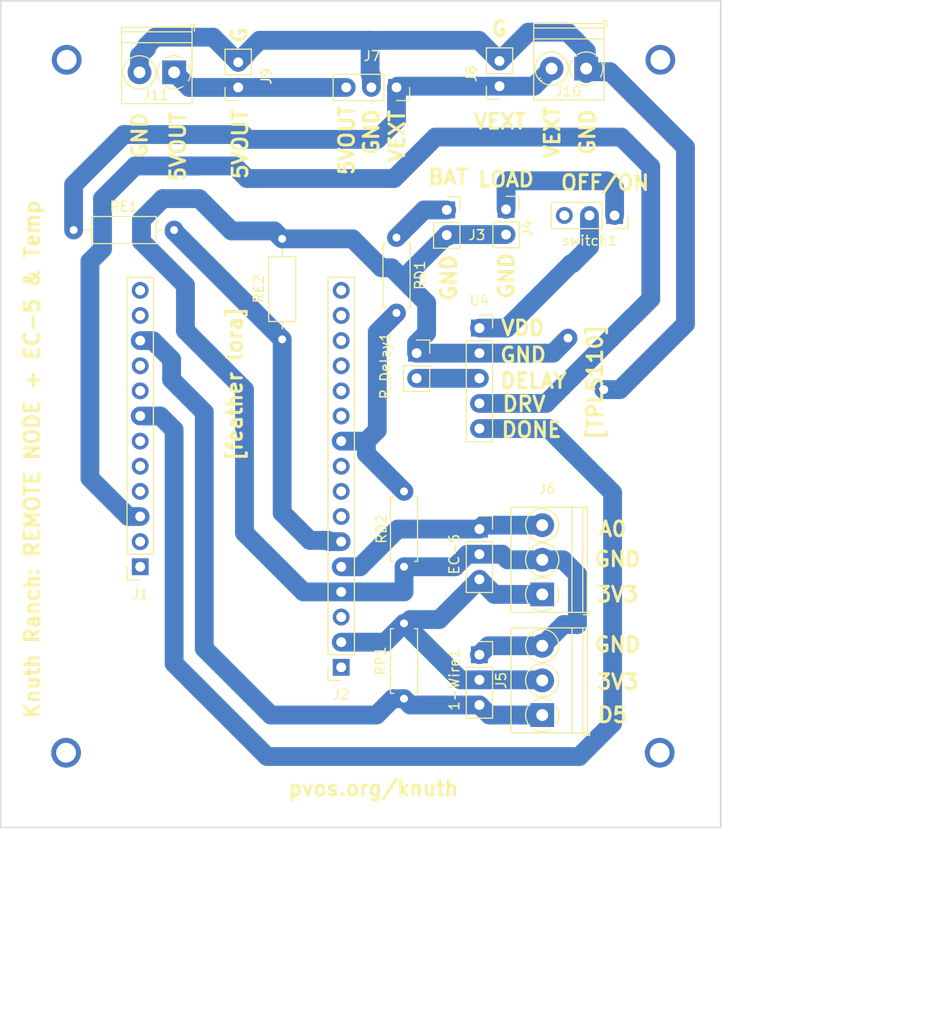
<source format=kicad_pcb>
(kicad_pcb (version 20171130) (host pcbnew 5.0.2-bee76a0~70~ubuntu18.04.1)

  (general
    (thickness 1.6)
    (drawings 44)
    (tracks 182)
    (zones 0)
    (modules 21)
    (nets 15)
  )

  (page A4)
  (layers
    (0 F.Cu signal)
    (31 B.Cu signal)
    (32 B.Adhes user)
    (33 F.Adhes user)
    (34 B.Paste user)
    (35 F.Paste user)
    (36 B.SilkS user)
    (37 F.SilkS user)
    (38 B.Mask user)
    (39 F.Mask user)
    (40 Dwgs.User user)
    (41 Cmts.User user)
    (42 Eco1.User user)
    (43 Eco2.User user)
    (44 Edge.Cuts user)
    (45 Margin user)
    (46 B.CrtYd user)
    (47 F.CrtYd user)
    (48 B.Fab user)
    (49 F.Fab user)
  )

  (setup
    (last_trace_width 1.905)
    (user_trace_width 0.254)
    (user_trace_width 0.381)
    (user_trace_width 0.635)
    (user_trace_width 1.27)
    (user_trace_width 1.905)
    (user_trace_width 2.54)
    (trace_clearance 0.2)
    (zone_clearance 0.508)
    (zone_45_only no)
    (trace_min 0.2)
    (segment_width 0.2)
    (edge_width 0.15)
    (via_size 1.778)
    (via_drill 0.889)
    (via_min_size 0.4)
    (via_min_drill 0.508)
    (uvia_size 0.3)
    (uvia_drill 0.1)
    (uvias_allowed no)
    (uvia_min_size 0.2)
    (uvia_min_drill 0.1)
    (pcb_text_width 0.3)
    (pcb_text_size 1.5 1.5)
    (mod_edge_width 0.15)
    (mod_text_size 1 1)
    (mod_text_width 0.15)
    (pad_size 1.4 1.4)
    (pad_drill 0.7)
    (pad_to_mask_clearance 0.051)
    (solder_mask_min_width 0.25)
    (aux_axis_origin 0 0)
    (visible_elements FFFDFF7F)
    (pcbplotparams
      (layerselection 0x010fc_ffffffff)
      (usegerberextensions false)
      (usegerberattributes false)
      (usegerberadvancedattributes false)
      (creategerberjobfile false)
      (excludeedgelayer true)
      (linewidth 0.100000)
      (plotframeref false)
      (viasonmask false)
      (mode 1)
      (useauxorigin false)
      (hpglpennumber 1)
      (hpglpenspeed 20)
      (hpglpendiameter 15.000000)
      (psnegative false)
      (psa4output false)
      (plotreference true)
      (plotvalue true)
      (plotinvisibletext false)
      (padsonsilk false)
      (subtractmaskfromsilk false)
      (outputformat 1)
      (mirror false)
      (drillshape 0)
      (scaleselection 1)
      (outputdirectory "gerb/drill_ps/"))
  )

  (net 0 "")
  (net 1 GND)
  (net 2 "Net-(R_Delay1-Pad2)")
  (net 3 +3V3)
  (net 4 D5)
  (net 5 A0)
  (net 6 D10)
  (net 7 A5)
  (net 8 VBUS)
  (net 9 BATT)
  (net 10 LOAD)
  (net 11 SWITCHED_LOAD)
  (net 12 A1)
  (net 13 EXT_BAT)
  (net 14 5V_OUT)

  (net_class Default "This is the default net class."
    (clearance 0.2)
    (trace_width 0.25)
    (via_dia 1.778)
    (via_drill 0.889)
    (uvia_dia 0.3)
    (uvia_drill 0.1)
    (add_net +3V3)
    (add_net 5V_OUT)
    (add_net A0)
    (add_net A1)
    (add_net A5)
    (add_net BATT)
    (add_net D10)
    (add_net D5)
    (add_net EXT_BAT)
    (add_net GND)
    (add_net LOAD)
    (add_net "Net-(R_Delay1-Pad2)")
    (add_net SWITCHED_LOAD)
    (add_net VBUS)
  )

  (module Connector_PinSocket_2.54mm:PinSocket_1x02_P2.54mm_Vertical (layer F.Cu) (tedit 5A19A420) (tstamp 5D26FF4A)
    (at 246.38 81.28)
    (descr "Through hole straight socket strip, 1x02, 2.54mm pitch, single row (from Kicad 4.0.7), script generated")
    (tags "Through hole socket strip THT 1x02 2.54mm single row")
    (path /5D197A39)
    (fp_text reference R_Delay1 (at -3.175 1.27 90) (layer F.SilkS)
      (effects (font (size 1 1) (thickness 0.15)))
    )
    (fp_text value Conn_01x02_Female (at 0 5.31) (layer F.Fab)
      (effects (font (size 1 1) (thickness 0.15)))
    )
    (fp_line (start -1.27 -1.27) (end 0.635 -1.27) (layer F.Fab) (width 0.1))
    (fp_line (start 0.635 -1.27) (end 1.27 -0.635) (layer F.Fab) (width 0.1))
    (fp_line (start 1.27 -0.635) (end 1.27 3.81) (layer F.Fab) (width 0.1))
    (fp_line (start 1.27 3.81) (end -1.27 3.81) (layer F.Fab) (width 0.1))
    (fp_line (start -1.27 3.81) (end -1.27 -1.27) (layer F.Fab) (width 0.1))
    (fp_line (start -1.33 1.27) (end 1.33 1.27) (layer F.SilkS) (width 0.12))
    (fp_line (start -1.33 1.27) (end -1.33 3.87) (layer F.SilkS) (width 0.12))
    (fp_line (start -1.33 3.87) (end 1.33 3.87) (layer F.SilkS) (width 0.12))
    (fp_line (start 1.33 1.27) (end 1.33 3.87) (layer F.SilkS) (width 0.12))
    (fp_line (start 1.33 -1.33) (end 1.33 0) (layer F.SilkS) (width 0.12))
    (fp_line (start 0 -1.33) (end 1.33 -1.33) (layer F.SilkS) (width 0.12))
    (fp_line (start -1.8 -1.8) (end 1.75 -1.8) (layer F.CrtYd) (width 0.05))
    (fp_line (start 1.75 -1.8) (end 1.75 4.3) (layer F.CrtYd) (width 0.05))
    (fp_line (start 1.75 4.3) (end -1.8 4.3) (layer F.CrtYd) (width 0.05))
    (fp_line (start -1.8 4.3) (end -1.8 -1.8) (layer F.CrtYd) (width 0.05))
    (fp_text user %R (at 0 6.35 180) (layer F.Fab)
      (effects (font (size 1 1) (thickness 0.15)))
    )
    (pad 1 thru_hole rect (at 0 0) (size 1.7 1.7) (drill 1) (layers *.Cu *.Mask)
      (net 1 GND))
    (pad 2 thru_hole oval (at 0 2.54) (size 1.7 1.7) (drill 1) (layers *.Cu *.Mask)
      (net 2 "Net-(R_Delay1-Pad2)"))
    (model ${KISYS3DMOD}/Connector_PinSocket_2.54mm.3dshapes/PinSocket_1x02_P2.54mm_Vertical.wrl
      (at (xyz 0 0 0))
      (scale (xyz 1 1 1))
      (rotate (xyz 0 0 0))
    )
  )

  (module Connector_PinSocket_2.54mm:PinSocket_1x05_P2.54mm_Vertical (layer F.Cu) (tedit 5A19A420) (tstamp 5D2702E4)
    (at 252.73 78.74)
    (descr "Through hole straight socket strip, 1x05, 2.54mm pitch, single row (from Kicad 4.0.7), script generated")
    (tags "Through hole socket strip THT 1x05 2.54mm single row")
    (path /5D196517)
    (fp_text reference U4 (at 0 -2.77) (layer F.SilkS)
      (effects (font (size 1 1) (thickness 0.15)))
    )
    (fp_text value tpl5111 (at 0 12.93) (layer F.Fab)
      (effects (font (size 1 1) (thickness 0.15)))
    )
    (fp_line (start -1.27 -1.27) (end 0.635 -1.27) (layer F.Fab) (width 0.1))
    (fp_line (start 0.635 -1.27) (end 1.27 -0.635) (layer F.Fab) (width 0.1))
    (fp_line (start 1.27 -0.635) (end 1.27 11.43) (layer F.Fab) (width 0.1))
    (fp_line (start 1.27 11.43) (end -1.27 11.43) (layer F.Fab) (width 0.1))
    (fp_line (start -1.27 11.43) (end -1.27 -1.27) (layer F.Fab) (width 0.1))
    (fp_line (start -1.33 1.27) (end 1.33 1.27) (layer F.SilkS) (width 0.12))
    (fp_line (start -1.33 1.27) (end -1.33 11.49) (layer F.SilkS) (width 0.12))
    (fp_line (start -1.33 11.49) (end 1.33 11.49) (layer F.SilkS) (width 0.12))
    (fp_line (start 1.33 1.27) (end 1.33 11.49) (layer F.SilkS) (width 0.12))
    (fp_line (start 1.33 -1.33) (end 1.33 0) (layer F.SilkS) (width 0.12))
    (fp_line (start 0 -1.33) (end 1.33 -1.33) (layer F.SilkS) (width 0.12))
    (fp_line (start -1.8 -1.8) (end 1.75 -1.8) (layer F.CrtYd) (width 0.05))
    (fp_line (start 1.75 -1.8) (end 1.75 11.9) (layer F.CrtYd) (width 0.05))
    (fp_line (start 1.75 11.9) (end -1.8 11.9) (layer F.CrtYd) (width 0.05))
    (fp_line (start -1.8 11.9) (end -1.8 -1.8) (layer F.CrtYd) (width 0.05))
    (fp_text user %R (at 0 5.08 -270) (layer F.Fab)
      (effects (font (size 1 1) (thickness 0.15)))
    )
    (pad 1 thru_hole rect (at 0 0) (size 1.7 1.7) (drill 1) (layers *.Cu *.Mask)
      (net 11 SWITCHED_LOAD))
    (pad 2 thru_hole oval (at 0 2.54) (size 1.7 1.7) (drill 1) (layers *.Cu *.Mask)
      (net 1 GND))
    (pad 3 thru_hole oval (at 0 5.08) (size 1.7 1.7) (drill 1) (layers *.Cu *.Mask)
      (net 2 "Net-(R_Delay1-Pad2)"))
    (pad 4 thru_hole oval (at 0 7.62) (size 1.7 1.7) (drill 1) (layers *.Cu *.Mask)
      (net 8 VBUS))
    (pad 5 thru_hole oval (at 0 10.16) (size 1.7 1.7) (drill 1) (layers *.Cu *.Mask)
      (net 6 D10))
    (model ${KISYS3DMOD}/Connector_PinSocket_2.54mm.3dshapes/PinSocket_1x05_P2.54mm_Vertical.wrl
      (at (xyz 0 0 0))
      (scale (xyz 1 1 1))
      (rotate (xyz 0 0 0))
    )
  )

  (module Connector_PinSocket_2.54mm:PinSocket_1x03_P2.54mm_Vertical (layer F.Cu) (tedit 5A19A429) (tstamp 5D3A9648)
    (at 252.73 111.76)
    (descr "Through hole straight socket strip, 1x03, 2.54mm pitch, single row (from Kicad 4.0.7), script generated")
    (tags "Through hole socket strip THT 1x03 2.54mm single row")
    (path /5D3CC155)
    (fp_text reference 1-Wire1 (at -2.54 2.54 90) (layer F.SilkS)
      (effects (font (size 1 1) (thickness 0.15)))
    )
    (fp_text value Conn_01x03_Female (at 0 7.85) (layer F.Fab)
      (effects (font (size 1 1) (thickness 0.15)))
    )
    (fp_text user %R (at 0 2.54 90) (layer F.Fab)
      (effects (font (size 1 1) (thickness 0.15)))
    )
    (fp_line (start -1.8 6.85) (end -1.8 -1.8) (layer F.CrtYd) (width 0.05))
    (fp_line (start 1.75 6.85) (end -1.8 6.85) (layer F.CrtYd) (width 0.05))
    (fp_line (start 1.75 -1.8) (end 1.75 6.85) (layer F.CrtYd) (width 0.05))
    (fp_line (start -1.8 -1.8) (end 1.75 -1.8) (layer F.CrtYd) (width 0.05))
    (fp_line (start 0 -1.33) (end 1.33 -1.33) (layer F.SilkS) (width 0.12))
    (fp_line (start 1.33 -1.33) (end 1.33 0) (layer F.SilkS) (width 0.12))
    (fp_line (start 1.33 1.27) (end 1.33 6.41) (layer F.SilkS) (width 0.12))
    (fp_line (start -1.33 6.41) (end 1.33 6.41) (layer F.SilkS) (width 0.12))
    (fp_line (start -1.33 1.27) (end -1.33 6.41) (layer F.SilkS) (width 0.12))
    (fp_line (start -1.33 1.27) (end 1.33 1.27) (layer F.SilkS) (width 0.12))
    (fp_line (start -1.27 6.35) (end -1.27 -1.27) (layer F.Fab) (width 0.1))
    (fp_line (start 1.27 6.35) (end -1.27 6.35) (layer F.Fab) (width 0.1))
    (fp_line (start 1.27 -0.635) (end 1.27 6.35) (layer F.Fab) (width 0.1))
    (fp_line (start 0.635 -1.27) (end 1.27 -0.635) (layer F.Fab) (width 0.1))
    (fp_line (start -1.27 -1.27) (end 0.635 -1.27) (layer F.Fab) (width 0.1))
    (pad 3 thru_hole oval (at 0 5.08) (size 1.7 1.7) (drill 1) (layers *.Cu *.Mask)
      (net 4 D5))
    (pad 2 thru_hole oval (at 0 2.54) (size 1.7 1.7) (drill 1) (layers *.Cu *.Mask)
      (net 3 +3V3))
    (pad 1 thru_hole rect (at 0 0) (size 1.7 1.7) (drill 1) (layers *.Cu *.Mask)
      (net 1 GND))
    (model ${KISYS3DMOD}/Connector_PinSocket_2.54mm.3dshapes/PinSocket_1x03_P2.54mm_Vertical.wrl
      (at (xyz 0 0 0))
      (scale (xyz 1 1 1))
      (rotate (xyz 0 0 0))
    )
  )

  (module Connector_PinSocket_2.54mm:PinSocket_1x03_P2.54mm_Vertical (layer F.Cu) (tedit 5A19A429) (tstamp 5D4695DA)
    (at 252.73 99.06)
    (descr "Through hole straight socket strip, 1x03, 2.54mm pitch, single row (from Kicad 4.0.7), script generated")
    (tags "Through hole socket strip THT 1x03 2.54mm single row")
    (path /5D3CA29A)
    (fp_text reference EC-5 (at -2.54 2.54 90) (layer F.SilkS)
      (effects (font (size 1 1) (thickness 0.15)))
    )
    (fp_text value Conn_01x03_Female (at 0 7.85) (layer F.Fab)
      (effects (font (size 1 1) (thickness 0.15)))
    )
    (fp_line (start -1.27 -1.27) (end 0.635 -1.27) (layer F.Fab) (width 0.1))
    (fp_line (start 0.635 -1.27) (end 1.27 -0.635) (layer F.Fab) (width 0.1))
    (fp_line (start 1.27 -0.635) (end 1.27 6.35) (layer F.Fab) (width 0.1))
    (fp_line (start 1.27 6.35) (end -1.27 6.35) (layer F.Fab) (width 0.1))
    (fp_line (start -1.27 6.35) (end -1.27 -1.27) (layer F.Fab) (width 0.1))
    (fp_line (start -1.33 1.27) (end 1.33 1.27) (layer F.SilkS) (width 0.12))
    (fp_line (start -1.33 1.27) (end -1.33 6.41) (layer F.SilkS) (width 0.12))
    (fp_line (start -1.33 6.41) (end 1.33 6.41) (layer F.SilkS) (width 0.12))
    (fp_line (start 1.33 1.27) (end 1.33 6.41) (layer F.SilkS) (width 0.12))
    (fp_line (start 1.33 -1.33) (end 1.33 0) (layer F.SilkS) (width 0.12))
    (fp_line (start 0 -1.33) (end 1.33 -1.33) (layer F.SilkS) (width 0.12))
    (fp_line (start -1.8 -1.8) (end 1.75 -1.8) (layer F.CrtYd) (width 0.05))
    (fp_line (start 1.75 -1.8) (end 1.75 6.85) (layer F.CrtYd) (width 0.05))
    (fp_line (start 1.75 6.85) (end -1.8 6.85) (layer F.CrtYd) (width 0.05))
    (fp_line (start -1.8 6.85) (end -1.8 -1.8) (layer F.CrtYd) (width 0.05))
    (fp_text user %R (at 0 2.54 90) (layer F.Fab)
      (effects (font (size 1 1) (thickness 0.15)))
    )
    (pad 1 thru_hole rect (at 0 0) (size 1.7 1.7) (drill 1) (layers *.Cu *.Mask)
      (net 5 A0))
    (pad 2 thru_hole oval (at 0 2.54) (size 1.7 1.7) (drill 1) (layers *.Cu *.Mask)
      (net 1 GND))
    (pad 3 thru_hole oval (at 0 5.08) (size 1.7 1.7) (drill 1) (layers *.Cu *.Mask)
      (net 3 +3V3))
    (model ${KISYS3DMOD}/Connector_PinSocket_2.54mm.3dshapes/PinSocket_1x03_P2.54mm_Vertical.wrl
      (at (xyz 0 0 0))
      (scale (xyz 1 1 1))
      (rotate (xyz 0 0 0))
    )
  )

  (module Connector_PinSocket_2.54mm:PinSocket_1x12_P2.54mm_Vertical (layer F.Cu) (tedit 5A19A41D) (tstamp 5D4692E4)
    (at 218.44 102.87 180)
    (descr "Through hole straight socket strip, 1x12, 2.54mm pitch, single row (from Kicad 4.0.7), script generated")
    (tags "Through hole socket strip THT 1x12 2.54mm single row")
    (path /5D3A6009)
    (fp_text reference J1 (at 0 -2.77) (layer F.SilkS)
      (effects (font (size 1 1) (thickness 0.15)))
    )
    (fp_text value FeatherLora1 (at 0 30.71) (layer F.Fab)
      (effects (font (size 1 1) (thickness 0.15)))
    )
    (fp_line (start -1.27 -1.27) (end 0.635 -1.27) (layer F.Fab) (width 0.1))
    (fp_line (start 0.635 -1.27) (end 1.27 -0.635) (layer F.Fab) (width 0.1))
    (fp_line (start 1.27 -0.635) (end 1.27 29.21) (layer F.Fab) (width 0.1))
    (fp_line (start 1.27 29.21) (end -1.27 29.21) (layer F.Fab) (width 0.1))
    (fp_line (start -1.27 29.21) (end -1.27 -1.27) (layer F.Fab) (width 0.1))
    (fp_line (start -1.33 1.27) (end 1.33 1.27) (layer F.SilkS) (width 0.12))
    (fp_line (start -1.33 1.27) (end -1.33 29.27) (layer F.SilkS) (width 0.12))
    (fp_line (start -1.33 29.27) (end 1.33 29.27) (layer F.SilkS) (width 0.12))
    (fp_line (start 1.33 1.27) (end 1.33 29.27) (layer F.SilkS) (width 0.12))
    (fp_line (start 1.33 -1.33) (end 1.33 0) (layer F.SilkS) (width 0.12))
    (fp_line (start 0 -1.33) (end 1.33 -1.33) (layer F.SilkS) (width 0.12))
    (fp_line (start -1.8 -1.8) (end 1.75 -1.8) (layer F.CrtYd) (width 0.05))
    (fp_line (start 1.75 -1.8) (end 1.75 29.7) (layer F.CrtYd) (width 0.05))
    (fp_line (start 1.75 29.7) (end -1.8 29.7) (layer F.CrtYd) (width 0.05))
    (fp_line (start -1.8 29.7) (end -1.8 -1.8) (layer F.CrtYd) (width 0.05))
    (fp_text user %R (at 0 13.97 90) (layer F.Fab)
      (effects (font (size 1 1) (thickness 0.15)))
    )
    (pad 1 thru_hole rect (at 0 0 180) (size 1.7 1.7) (drill 1) (layers *.Cu *.Mask))
    (pad 2 thru_hole oval (at 0 2.54 180) (size 1.7 1.7) (drill 1) (layers *.Cu *.Mask))
    (pad 3 thru_hole oval (at 0 5.08 180) (size 1.7 1.7) (drill 1) (layers *.Cu *.Mask)
      (net 8 VBUS))
    (pad 4 thru_hole oval (at 0 7.62 180) (size 1.7 1.7) (drill 1) (layers *.Cu *.Mask))
    (pad 5 thru_hole oval (at 0 10.16 180) (size 1.7 1.7) (drill 1) (layers *.Cu *.Mask))
    (pad 6 thru_hole oval (at 0 12.7 180) (size 1.7 1.7) (drill 1) (layers *.Cu *.Mask))
    (pad 7 thru_hole oval (at 0 15.24 180) (size 1.7 1.7) (drill 1) (layers *.Cu *.Mask)
      (net 6 D10))
    (pad 8 thru_hole oval (at 0 17.78 180) (size 1.7 1.7) (drill 1) (layers *.Cu *.Mask))
    (pad 9 thru_hole oval (at 0 20.32 180) (size 1.7 1.7) (drill 1) (layers *.Cu *.Mask))
    (pad 10 thru_hole oval (at 0 22.86 180) (size 1.7 1.7) (drill 1) (layers *.Cu *.Mask)
      (net 4 D5))
    (pad 11 thru_hole oval (at 0 25.4 180) (size 1.7 1.7) (drill 1) (layers *.Cu *.Mask))
    (pad 12 thru_hole oval (at 0 27.94 180) (size 1.7 1.7) (drill 1) (layers *.Cu *.Mask))
    (model ${KISYS3DMOD}/Connector_PinSocket_2.54mm.3dshapes/PinSocket_1x12_P2.54mm_Vertical.wrl
      (at (xyz 0 0 0))
      (scale (xyz 1 1 1))
      (rotate (xyz 0 0 0))
    )
  )

  (module Connector_PinSocket_2.54mm:PinSocket_1x16_P2.54mm_Vertical (layer F.Cu) (tedit 5A19A41E) (tstamp 5D469345)
    (at 238.76 113.03 180)
    (descr "Through hole straight socket strip, 1x16, 2.54mm pitch, single row (from Kicad 4.0.7), script generated")
    (tags "Through hole socket strip THT 1x16 2.54mm single row")
    (path /5D3A613C)
    (fp_text reference J2 (at 0 -2.77 180) (layer F.SilkS)
      (effects (font (size 1 1) (thickness 0.15)))
    )
    (fp_text value FeatherLora2 (at 0 40.87 180) (layer F.Fab)
      (effects (font (size 1 1) (thickness 0.15)))
    )
    (fp_line (start -1.27 -1.27) (end 0.635 -1.27) (layer F.Fab) (width 0.1))
    (fp_line (start 0.635 -1.27) (end 1.27 -0.635) (layer F.Fab) (width 0.1))
    (fp_line (start 1.27 -0.635) (end 1.27 39.37) (layer F.Fab) (width 0.1))
    (fp_line (start 1.27 39.37) (end -1.27 39.37) (layer F.Fab) (width 0.1))
    (fp_line (start -1.27 39.37) (end -1.27 -1.27) (layer F.Fab) (width 0.1))
    (fp_line (start -1.33 1.27) (end 1.33 1.27) (layer F.SilkS) (width 0.12))
    (fp_line (start -1.33 1.27) (end -1.33 39.43) (layer F.SilkS) (width 0.12))
    (fp_line (start -1.33 39.43) (end 1.33 39.43) (layer F.SilkS) (width 0.12))
    (fp_line (start 1.33 1.27) (end 1.33 39.43) (layer F.SilkS) (width 0.12))
    (fp_line (start 1.33 -1.33) (end 1.33 0) (layer F.SilkS) (width 0.12))
    (fp_line (start 0 -1.33) (end 1.33 -1.33) (layer F.SilkS) (width 0.12))
    (fp_line (start -1.8 -1.8) (end 1.75 -1.8) (layer F.CrtYd) (width 0.05))
    (fp_line (start 1.75 -1.8) (end 1.75 39.9) (layer F.CrtYd) (width 0.05))
    (fp_line (start 1.75 39.9) (end -1.8 39.9) (layer F.CrtYd) (width 0.05))
    (fp_line (start -1.8 39.9) (end -1.8 -1.8) (layer F.CrtYd) (width 0.05))
    (fp_text user %R (at 0 19.05 270) (layer F.Fab)
      (effects (font (size 1 1) (thickness 0.15)))
    )
    (pad 1 thru_hole rect (at 0 0 180) (size 1.7 1.7) (drill 1) (layers *.Cu *.Mask))
    (pad 2 thru_hole oval (at 0 2.54 180) (size 1.7 1.7) (drill 1) (layers *.Cu *.Mask)
      (net 3 +3V3))
    (pad 3 thru_hole oval (at 0 5.08 180) (size 1.7 1.7) (drill 1) (layers *.Cu *.Mask))
    (pad 4 thru_hole oval (at 0 7.62 180) (size 1.7 1.7) (drill 1) (layers *.Cu *.Mask)
      (net 1 GND))
    (pad 5 thru_hole oval (at 0 10.16 180) (size 1.7 1.7) (drill 1) (layers *.Cu *.Mask)
      (net 5 A0))
    (pad 6 thru_hole oval (at 0 12.7 180) (size 1.7 1.7) (drill 1) (layers *.Cu *.Mask)
      (net 12 A1))
    (pad 7 thru_hole oval (at 0 15.24 180) (size 1.7 1.7) (drill 1) (layers *.Cu *.Mask))
    (pad 8 thru_hole oval (at 0 17.78 180) (size 1.7 1.7) (drill 1) (layers *.Cu *.Mask))
    (pad 9 thru_hole oval (at 0 20.32 180) (size 1.7 1.7) (drill 1) (layers *.Cu *.Mask))
    (pad 10 thru_hole oval (at 0 22.86 180) (size 1.7 1.7) (drill 1) (layers *.Cu *.Mask)
      (net 7 A5))
    (pad 11 thru_hole oval (at 0 25.4 180) (size 1.7 1.7) (drill 1) (layers *.Cu *.Mask))
    (pad 12 thru_hole oval (at 0 27.94 180) (size 1.7 1.7) (drill 1) (layers *.Cu *.Mask))
    (pad 13 thru_hole oval (at 0 30.48 180) (size 1.7 1.7) (drill 1) (layers *.Cu *.Mask))
    (pad 14 thru_hole oval (at 0 33.02 180) (size 1.7 1.7) (drill 1) (layers *.Cu *.Mask))
    (pad 15 thru_hole oval (at 0 35.56 180) (size 1.7 1.7) (drill 1) (layers *.Cu *.Mask))
    (pad 16 thru_hole oval (at 0 38.1 180) (size 1.7 1.7) (drill 1) (layers *.Cu *.Mask))
    (model ${KISYS3DMOD}/Connector_PinSocket_2.54mm.3dshapes/PinSocket_1x16_P2.54mm_Vertical.wrl
      (at (xyz 0 0 0))
      (scale (xyz 1 1 1))
      (rotate (xyz 0 0 0))
    )
  )

  (module Connector_PinSocket_2.54mm:PinSocket_1x03_P2.54mm_Vertical (layer F.Cu) (tedit 5A19A429) (tstamp 5D3A96C7)
    (at 266.3952 67.3608 270)
    (descr "Through hole straight socket strip, 1x03, 2.54mm pitch, single row (from Kicad 4.0.7), script generated")
    (tags "Through hole socket strip THT 1x03 2.54mm single row")
    (path /5D40388A)
    (fp_text reference switch1 (at 2.54 2.54) (layer F.SilkS)
      (effects (font (size 1 1) (thickness 0.15)))
    )
    (fp_text value Conn_01x03_Female (at 0 7.85 270) (layer F.Fab)
      (effects (font (size 1 1) (thickness 0.15)))
    )
    (fp_line (start -1.27 -1.27) (end 0.635 -1.27) (layer F.Fab) (width 0.1))
    (fp_line (start 0.635 -1.27) (end 1.27 -0.635) (layer F.Fab) (width 0.1))
    (fp_line (start 1.27 -0.635) (end 1.27 6.35) (layer F.Fab) (width 0.1))
    (fp_line (start 1.27 6.35) (end -1.27 6.35) (layer F.Fab) (width 0.1))
    (fp_line (start -1.27 6.35) (end -1.27 -1.27) (layer F.Fab) (width 0.1))
    (fp_line (start -1.33 1.27) (end 1.33 1.27) (layer F.SilkS) (width 0.12))
    (fp_line (start -1.33 1.27) (end -1.33 6.41) (layer F.SilkS) (width 0.12))
    (fp_line (start -1.33 6.41) (end 1.33 6.41) (layer F.SilkS) (width 0.12))
    (fp_line (start 1.33 1.27) (end 1.33 6.41) (layer F.SilkS) (width 0.12))
    (fp_line (start 1.33 -1.33) (end 1.33 0) (layer F.SilkS) (width 0.12))
    (fp_line (start 0 -1.33) (end 1.33 -1.33) (layer F.SilkS) (width 0.12))
    (fp_line (start -1.8 -1.8) (end 1.75 -1.8) (layer F.CrtYd) (width 0.05))
    (fp_line (start 1.75 -1.8) (end 1.75 6.85) (layer F.CrtYd) (width 0.05))
    (fp_line (start 1.75 6.85) (end -1.8 6.85) (layer F.CrtYd) (width 0.05))
    (fp_line (start -1.8 6.85) (end -1.8 -1.8) (layer F.CrtYd) (width 0.05))
    (fp_text user %R (at 0 2.54) (layer F.Fab)
      (effects (font (size 1 1) (thickness 0.15)))
    )
    (pad 1 thru_hole rect (at 0 0 270) (size 1.7 1.7) (drill 1) (layers *.Cu *.Mask)
      (net 10 LOAD))
    (pad 2 thru_hole oval (at 0 2.54 270) (size 1.7 1.7) (drill 1) (layers *.Cu *.Mask)
      (net 11 SWITCHED_LOAD))
    (pad 3 thru_hole oval (at 0 5.08 270) (size 1.7 1.7) (drill 1) (layers *.Cu *.Mask))
    (model ${KISYS3DMOD}/Connector_PinSocket_2.54mm.3dshapes/PinSocket_1x03_P2.54mm_Vertical.wrl
      (at (xyz 0 0 0))
      (scale (xyz 1 1 1))
      (rotate (xyz 0 0 0))
    )
  )

  (module Resistor_THT:R_Axial_DIN0207_L6.3mm_D2.5mm_P7.62mm_Horizontal (layer F.Cu) (tedit 5AE5139B) (tstamp 5D47EB90)
    (at 244.348 69.596 270)
    (descr "Resistor, Axial_DIN0207 series, Axial, Horizontal, pin pitch=7.62mm, 0.25W = 1/4W, length*diameter=6.3*2.5mm^2, http://cdn-reichelt.de/documents/datenblatt/B400/1_4W%23YAG.pdf")
    (tags "Resistor Axial_DIN0207 series Axial Horizontal pin pitch 7.62mm 0.25W = 1/4W length 6.3mm diameter 2.5mm")
    (path /5D3B9AD0)
    (fp_text reference RD1 (at 3.81 -2.37 270) (layer F.SilkS)
      (effects (font (size 1 1) (thickness 0.15)))
    )
    (fp_text value R (at 3.81 2.37 270) (layer F.Fab)
      (effects (font (size 1 1) (thickness 0.15)))
    )
    (fp_text user %R (at 3.81 0 270) (layer F.Fab)
      (effects (font (size 1 1) (thickness 0.15)))
    )
    (fp_line (start 8.67 -1.5) (end -1.05 -1.5) (layer F.CrtYd) (width 0.05))
    (fp_line (start 8.67 1.5) (end 8.67 -1.5) (layer F.CrtYd) (width 0.05))
    (fp_line (start -1.05 1.5) (end 8.67 1.5) (layer F.CrtYd) (width 0.05))
    (fp_line (start -1.05 -1.5) (end -1.05 1.5) (layer F.CrtYd) (width 0.05))
    (fp_line (start 7.08 1.37) (end 7.08 1.04) (layer F.SilkS) (width 0.12))
    (fp_line (start 0.54 1.37) (end 7.08 1.37) (layer F.SilkS) (width 0.12))
    (fp_line (start 0.54 1.04) (end 0.54 1.37) (layer F.SilkS) (width 0.12))
    (fp_line (start 7.08 -1.37) (end 7.08 -1.04) (layer F.SilkS) (width 0.12))
    (fp_line (start 0.54 -1.37) (end 7.08 -1.37) (layer F.SilkS) (width 0.12))
    (fp_line (start 0.54 -1.04) (end 0.54 -1.37) (layer F.SilkS) (width 0.12))
    (fp_line (start 7.62 0) (end 6.96 0) (layer F.Fab) (width 0.1))
    (fp_line (start 0 0) (end 0.66 0) (layer F.Fab) (width 0.1))
    (fp_line (start 6.96 -1.25) (end 0.66 -1.25) (layer F.Fab) (width 0.1))
    (fp_line (start 6.96 1.25) (end 6.96 -1.25) (layer F.Fab) (width 0.1))
    (fp_line (start 0.66 1.25) (end 6.96 1.25) (layer F.Fab) (width 0.1))
    (fp_line (start 0.66 -1.25) (end 0.66 1.25) (layer F.Fab) (width 0.1))
    (pad 2 thru_hole oval (at 7.62 0 270) (size 1.6 1.6) (drill 0.8) (layers *.Cu *.Mask)
      (net 7 A5))
    (pad 1 thru_hole circle (at 0 0 270) (size 1.6 1.6) (drill 0.8) (layers *.Cu *.Mask)
      (net 9 BATT))
    (model ${KISYS3DMOD}/Resistor_THT.3dshapes/R_Axial_DIN0207_L6.3mm_D2.5mm_P7.62mm_Horizontal.wrl
      (at (xyz 0 0 0))
      (scale (xyz 1 1 1))
      (rotate (xyz 0 0 0))
    )
  )

  (module Resistor_THT:R_Axial_DIN0207_L6.3mm_D2.5mm_P7.62mm_Horizontal (layer F.Cu) (tedit 5AE5139B) (tstamp 5D47EA3C)
    (at 245.11 95.25 270)
    (descr "Resistor, Axial_DIN0207 series, Axial, Horizontal, pin pitch=7.62mm, 0.25W = 1/4W, length*diameter=6.3*2.5mm^2, http://cdn-reichelt.de/documents/datenblatt/B400/1_4W%23YAG.pdf")
    (tags "Resistor Axial_DIN0207 series Axial Horizontal pin pitch 7.62mm 0.25W = 1/4W length 6.3mm diameter 2.5mm")
    (path /5D3B9B54)
    (fp_text reference RD2 (at 3.81 2.286 270) (layer F.SilkS)
      (effects (font (size 1 1) (thickness 0.15)))
    )
    (fp_text value R (at 3.81 2.37 270) (layer F.Fab)
      (effects (font (size 1 1) (thickness 0.15)))
    )
    (fp_line (start 0.66 -1.25) (end 0.66 1.25) (layer F.Fab) (width 0.1))
    (fp_line (start 0.66 1.25) (end 6.96 1.25) (layer F.Fab) (width 0.1))
    (fp_line (start 6.96 1.25) (end 6.96 -1.25) (layer F.Fab) (width 0.1))
    (fp_line (start 6.96 -1.25) (end 0.66 -1.25) (layer F.Fab) (width 0.1))
    (fp_line (start 0 0) (end 0.66 0) (layer F.Fab) (width 0.1))
    (fp_line (start 7.62 0) (end 6.96 0) (layer F.Fab) (width 0.1))
    (fp_line (start 0.54 -1.04) (end 0.54 -1.37) (layer F.SilkS) (width 0.12))
    (fp_line (start 0.54 -1.37) (end 7.08 -1.37) (layer F.SilkS) (width 0.12))
    (fp_line (start 7.08 -1.37) (end 7.08 -1.04) (layer F.SilkS) (width 0.12))
    (fp_line (start 0.54 1.04) (end 0.54 1.37) (layer F.SilkS) (width 0.12))
    (fp_line (start 0.54 1.37) (end 7.08 1.37) (layer F.SilkS) (width 0.12))
    (fp_line (start 7.08 1.37) (end 7.08 1.04) (layer F.SilkS) (width 0.12))
    (fp_line (start -1.05 -1.5) (end -1.05 1.5) (layer F.CrtYd) (width 0.05))
    (fp_line (start -1.05 1.5) (end 8.67 1.5) (layer F.CrtYd) (width 0.05))
    (fp_line (start 8.67 1.5) (end 8.67 -1.5) (layer F.CrtYd) (width 0.05))
    (fp_line (start 8.67 -1.5) (end -1.05 -1.5) (layer F.CrtYd) (width 0.05))
    (fp_text user %R (at 3.81 0 270) (layer F.Fab)
      (effects (font (size 1 1) (thickness 0.15)))
    )
    (pad 1 thru_hole circle (at 0 0 270) (size 1.6 1.6) (drill 0.8) (layers *.Cu *.Mask)
      (net 7 A5))
    (pad 2 thru_hole oval (at 7.62 0 270) (size 1.6 1.6) (drill 0.8) (layers *.Cu *.Mask)
      (net 1 GND))
    (model ${KISYS3DMOD}/Resistor_THT.3dshapes/R_Axial_DIN0207_L6.3mm_D2.5mm_P7.62mm_Horizontal.wrl
      (at (xyz 0 0 0))
      (scale (xyz 1 1 1))
      (rotate (xyz 0 0 0))
    )
  )

  (module Resistor_THT:R_Axial_DIN0207_L6.3mm_D2.5mm_P7.62mm_Horizontal (layer F.Cu) (tedit 5AE5139B) (tstamp 5D47EA53)
    (at 245.11 116.205 90)
    (descr "Resistor, Axial_DIN0207 series, Axial, Horizontal, pin pitch=7.62mm, 0.25W = 1/4W, length*diameter=6.3*2.5mm^2, http://cdn-reichelt.de/documents/datenblatt/B400/1_4W%23YAG.pdf")
    (tags "Resistor Axial_DIN0207 series Axial Horizontal pin pitch 7.62mm 0.25W = 1/4W length 6.3mm diameter 2.5mm")
    (path /5D3DC753)
    (fp_text reference RP1 (at 3.81 -2.37 90) (layer F.SilkS)
      (effects (font (size 1 1) (thickness 0.15)))
    )
    (fp_text value 4.7K (at 3.81 2.37 90) (layer F.Fab)
      (effects (font (size 1 1) (thickness 0.15)))
    )
    (fp_line (start 0.66 -1.25) (end 0.66 1.25) (layer F.Fab) (width 0.1))
    (fp_line (start 0.66 1.25) (end 6.96 1.25) (layer F.Fab) (width 0.1))
    (fp_line (start 6.96 1.25) (end 6.96 -1.25) (layer F.Fab) (width 0.1))
    (fp_line (start 6.96 -1.25) (end 0.66 -1.25) (layer F.Fab) (width 0.1))
    (fp_line (start 0 0) (end 0.66 0) (layer F.Fab) (width 0.1))
    (fp_line (start 7.62 0) (end 6.96 0) (layer F.Fab) (width 0.1))
    (fp_line (start 0.54 -1.04) (end 0.54 -1.37) (layer F.SilkS) (width 0.12))
    (fp_line (start 0.54 -1.37) (end 7.08 -1.37) (layer F.SilkS) (width 0.12))
    (fp_line (start 7.08 -1.37) (end 7.08 -1.04) (layer F.SilkS) (width 0.12))
    (fp_line (start 0.54 1.04) (end 0.54 1.37) (layer F.SilkS) (width 0.12))
    (fp_line (start 0.54 1.37) (end 7.08 1.37) (layer F.SilkS) (width 0.12))
    (fp_line (start 7.08 1.37) (end 7.08 1.04) (layer F.SilkS) (width 0.12))
    (fp_line (start -1.05 -1.5) (end -1.05 1.5) (layer F.CrtYd) (width 0.05))
    (fp_line (start -1.05 1.5) (end 8.67 1.5) (layer F.CrtYd) (width 0.05))
    (fp_line (start 8.67 1.5) (end 8.67 -1.5) (layer F.CrtYd) (width 0.05))
    (fp_line (start 8.67 -1.5) (end -1.05 -1.5) (layer F.CrtYd) (width 0.05))
    (fp_text user %R (at 3.81 0 90) (layer F.Fab)
      (effects (font (size 1 1) (thickness 0.15)))
    )
    (pad 1 thru_hole circle (at 0 0 90) (size 1.6 1.6) (drill 0.8) (layers *.Cu *.Mask)
      (net 4 D5))
    (pad 2 thru_hole oval (at 7.62 0 90) (size 1.6 1.6) (drill 0.8) (layers *.Cu *.Mask)
      (net 3 +3V3))
    (model ${KISYS3DMOD}/Resistor_THT.3dshapes/R_Axial_DIN0207_L6.3mm_D2.5mm_P7.62mm_Horizontal.wrl
      (at (xyz 0 0 0))
      (scale (xyz 1 1 1))
      (rotate (xyz 0 0 0))
    )
  )

  (module Connector_PinSocket_2.54mm:PinSocket_1x02_P2.54mm_Vertical (layer F.Cu) (tedit 5A19A420) (tstamp 5D47F07D)
    (at 249.428 66.802)
    (descr "Through hole straight socket strip, 1x02, 2.54mm pitch, single row (from Kicad 4.0.7), script generated")
    (tags "Through hole socket strip THT 1x02 2.54mm single row")
    (path /5D3E3A64)
    (fp_text reference J3 (at 3.048 2.54) (layer F.SilkS)
      (effects (font (size 1 1) (thickness 0.15)))
    )
    (fp_text value Conn_01x02_Female (at 0 5.31) (layer F.Fab)
      (effects (font (size 1 1) (thickness 0.15)))
    )
    (fp_line (start -1.27 -1.27) (end 0.635 -1.27) (layer F.Fab) (width 0.1))
    (fp_line (start 0.635 -1.27) (end 1.27 -0.635) (layer F.Fab) (width 0.1))
    (fp_line (start 1.27 -0.635) (end 1.27 3.81) (layer F.Fab) (width 0.1))
    (fp_line (start 1.27 3.81) (end -1.27 3.81) (layer F.Fab) (width 0.1))
    (fp_line (start -1.27 3.81) (end -1.27 -1.27) (layer F.Fab) (width 0.1))
    (fp_line (start -1.33 1.27) (end 1.33 1.27) (layer F.SilkS) (width 0.12))
    (fp_line (start -1.33 1.27) (end -1.33 3.87) (layer F.SilkS) (width 0.12))
    (fp_line (start -1.33 3.87) (end 1.33 3.87) (layer F.SilkS) (width 0.12))
    (fp_line (start 1.33 1.27) (end 1.33 3.87) (layer F.SilkS) (width 0.12))
    (fp_line (start 1.33 -1.33) (end 1.33 0) (layer F.SilkS) (width 0.12))
    (fp_line (start 0 -1.33) (end 1.33 -1.33) (layer F.SilkS) (width 0.12))
    (fp_line (start -1.8 -1.8) (end 1.75 -1.8) (layer F.CrtYd) (width 0.05))
    (fp_line (start 1.75 -1.8) (end 1.75 4.3) (layer F.CrtYd) (width 0.05))
    (fp_line (start 1.75 4.3) (end -1.8 4.3) (layer F.CrtYd) (width 0.05))
    (fp_line (start -1.8 4.3) (end -1.8 -1.8) (layer F.CrtYd) (width 0.05))
    (fp_text user %R (at 0 1.27 180) (layer F.Fab)
      (effects (font (size 1 1) (thickness 0.15)))
    )
    (pad 1 thru_hole rect (at 0 0) (size 1.7 1.7) (drill 1) (layers *.Cu *.Mask)
      (net 9 BATT))
    (pad 2 thru_hole oval (at 0 2.54) (size 1.7 1.7) (drill 1) (layers *.Cu *.Mask)
      (net 1 GND))
    (model ${KISYS3DMOD}/Connector_PinSocket_2.54mm.3dshapes/PinSocket_1x02_P2.54mm_Vertical.wrl
      (at (xyz 0 0 0))
      (scale (xyz 1 1 1))
      (rotate (xyz 0 0 0))
    )
  )

  (module Connector_PinSocket_2.54mm:PinSocket_1x02_P2.54mm_Vertical (layer F.Cu) (tedit 5A19A420) (tstamp 5D47F093)
    (at 255.4224 66.7512)
    (descr "Through hole straight socket strip, 1x02, 2.54mm pitch, single row (from Kicad 4.0.7), script generated")
    (tags "Through hole socket strip THT 1x02 2.54mm single row")
    (path /5D3E3B00)
    (fp_text reference J4 (at 2.159 1.905 90) (layer F.SilkS)
      (effects (font (size 1 1) (thickness 0.15)))
    )
    (fp_text value Conn_01x02_Female (at 0 5.31) (layer F.Fab)
      (effects (font (size 1 1) (thickness 0.15)))
    )
    (fp_text user %R (at 0 1.27 90) (layer F.Fab)
      (effects (font (size 1 1) (thickness 0.15)))
    )
    (fp_line (start -1.8 4.3) (end -1.8 -1.8) (layer F.CrtYd) (width 0.05))
    (fp_line (start 1.75 4.3) (end -1.8 4.3) (layer F.CrtYd) (width 0.05))
    (fp_line (start 1.75 -1.8) (end 1.75 4.3) (layer F.CrtYd) (width 0.05))
    (fp_line (start -1.8 -1.8) (end 1.75 -1.8) (layer F.CrtYd) (width 0.05))
    (fp_line (start 0 -1.33) (end 1.33 -1.33) (layer F.SilkS) (width 0.12))
    (fp_line (start 1.33 -1.33) (end 1.33 0) (layer F.SilkS) (width 0.12))
    (fp_line (start 1.33 1.27) (end 1.33 3.87) (layer F.SilkS) (width 0.12))
    (fp_line (start -1.33 3.87) (end 1.33 3.87) (layer F.SilkS) (width 0.12))
    (fp_line (start -1.33 1.27) (end -1.33 3.87) (layer F.SilkS) (width 0.12))
    (fp_line (start -1.33 1.27) (end 1.33 1.27) (layer F.SilkS) (width 0.12))
    (fp_line (start -1.27 3.81) (end -1.27 -1.27) (layer F.Fab) (width 0.1))
    (fp_line (start 1.27 3.81) (end -1.27 3.81) (layer F.Fab) (width 0.1))
    (fp_line (start 1.27 -0.635) (end 1.27 3.81) (layer F.Fab) (width 0.1))
    (fp_line (start 0.635 -1.27) (end 1.27 -0.635) (layer F.Fab) (width 0.1))
    (fp_line (start -1.27 -1.27) (end 0.635 -1.27) (layer F.Fab) (width 0.1))
    (pad 2 thru_hole oval (at 0 2.54) (size 1.7 1.7) (drill 1) (layers *.Cu *.Mask)
      (net 1 GND))
    (pad 1 thru_hole rect (at 0 0) (size 1.7 1.7) (drill 1) (layers *.Cu *.Mask)
      (net 10 LOAD))
    (model ${KISYS3DMOD}/Connector_PinSocket_2.54mm.3dshapes/PinSocket_1x02_P2.54mm_Vertical.wrl
      (at (xyz 0 0 0))
      (scale (xyz 1 1 1))
      (rotate (xyz 0 0 0))
    )
  )

  (module TerminalBlock_Phoenix:TerminalBlock_Phoenix_PT-1,5-3-3.5-H_1x03_P3.50mm_Horizontal (layer F.Cu) (tedit 5B294F3F) (tstamp 5D47F0C6)
    (at 259.08 117.856 90)
    (descr "Terminal Block Phoenix PT-1,5-3-3.5-H, 3 pins, pitch 3.5mm, size 10.5x7.6mm^2, drill diamater 1.2mm, pad diameter 2.4mm, see , script-generated using https://github.com/pointhi/kicad-footprint-generator/scripts/TerminalBlock_Phoenix")
    (tags "THT Terminal Block Phoenix PT-1,5-3-3.5-H pitch 3.5mm size 10.5x7.6mm^2 drill 1.2mm pad 2.4mm")
    (path /5D3E8957)
    (fp_text reference J5 (at 3.5 -4.16 90) (layer F.SilkS)
      (effects (font (size 1 1) (thickness 0.15)))
    )
    (fp_text value Screw_Terminal_01x03 (at 3.5 5.56 90) (layer F.Fab)
      (effects (font (size 1 1) (thickness 0.15)))
    )
    (fp_text user %R (at 3.5 2.4 90) (layer F.Fab)
      (effects (font (size 1 1) (thickness 0.15)))
    )
    (fp_line (start 9.25 -3.6) (end -2.25 -3.6) (layer F.CrtYd) (width 0.05))
    (fp_line (start 9.25 5) (end 9.25 -3.6) (layer F.CrtYd) (width 0.05))
    (fp_line (start -2.25 5) (end 9.25 5) (layer F.CrtYd) (width 0.05))
    (fp_line (start -2.25 -3.6) (end -2.25 5) (layer F.CrtYd) (width 0.05))
    (fp_line (start -2.05 4.8) (end -1.65 4.8) (layer F.SilkS) (width 0.12))
    (fp_line (start -2.05 4.16) (end -2.05 4.8) (layer F.SilkS) (width 0.12))
    (fp_line (start 5.855 0.941) (end 5.726 1.069) (layer F.SilkS) (width 0.12))
    (fp_line (start 8.07 -1.275) (end 7.976 -1.181) (layer F.SilkS) (width 0.12))
    (fp_line (start 6.025 1.181) (end 5.931 1.274) (layer F.SilkS) (width 0.12))
    (fp_line (start 8.275 -1.069) (end 8.146 -0.941) (layer F.SilkS) (width 0.12))
    (fp_line (start 7.955 -1.138) (end 5.863 0.955) (layer F.Fab) (width 0.1))
    (fp_line (start 8.138 -0.955) (end 6.046 1.138) (layer F.Fab) (width 0.1))
    (fp_line (start 2.355 0.941) (end 2.226 1.069) (layer F.SilkS) (width 0.12))
    (fp_line (start 4.57 -1.275) (end 4.476 -1.181) (layer F.SilkS) (width 0.12))
    (fp_line (start 2.525 1.181) (end 2.431 1.274) (layer F.SilkS) (width 0.12))
    (fp_line (start 4.775 -1.069) (end 4.646 -0.941) (layer F.SilkS) (width 0.12))
    (fp_line (start 4.455 -1.138) (end 2.363 0.955) (layer F.Fab) (width 0.1))
    (fp_line (start 4.638 -0.955) (end 2.546 1.138) (layer F.Fab) (width 0.1))
    (fp_line (start 0.955 -1.138) (end -1.138 0.955) (layer F.Fab) (width 0.1))
    (fp_line (start 1.138 -0.955) (end -0.955 1.138) (layer F.Fab) (width 0.1))
    (fp_line (start 8.81 -3.16) (end 8.81 4.56) (layer F.SilkS) (width 0.12))
    (fp_line (start -1.81 -3.16) (end -1.81 4.56) (layer F.SilkS) (width 0.12))
    (fp_line (start -1.81 4.56) (end 8.81 4.56) (layer F.SilkS) (width 0.12))
    (fp_line (start -1.81 -3.16) (end 8.81 -3.16) (layer F.SilkS) (width 0.12))
    (fp_line (start -1.81 3) (end 8.81 3) (layer F.SilkS) (width 0.12))
    (fp_line (start -1.75 3) (end 8.75 3) (layer F.Fab) (width 0.1))
    (fp_line (start -1.81 4.1) (end 8.81 4.1) (layer F.SilkS) (width 0.12))
    (fp_line (start -1.75 4.1) (end 8.75 4.1) (layer F.Fab) (width 0.1))
    (fp_line (start -1.75 4.1) (end -1.75 -3.1) (layer F.Fab) (width 0.1))
    (fp_line (start -1.35 4.5) (end -1.75 4.1) (layer F.Fab) (width 0.1))
    (fp_line (start 8.75 4.5) (end -1.35 4.5) (layer F.Fab) (width 0.1))
    (fp_line (start 8.75 -3.1) (end 8.75 4.5) (layer F.Fab) (width 0.1))
    (fp_line (start -1.75 -3.1) (end 8.75 -3.1) (layer F.Fab) (width 0.1))
    (fp_circle (center 7 0) (end 8.68 0) (layer F.SilkS) (width 0.12))
    (fp_circle (center 7 0) (end 8.5 0) (layer F.Fab) (width 0.1))
    (fp_circle (center 3.5 0) (end 5.18 0) (layer F.SilkS) (width 0.12))
    (fp_circle (center 3.5 0) (end 5 0) (layer F.Fab) (width 0.1))
    (fp_circle (center 0 0) (end 1.5 0) (layer F.Fab) (width 0.1))
    (fp_arc (start 0 0) (end -0.866 1.44) (angle -32) (layer F.SilkS) (width 0.12))
    (fp_arc (start 0 0) (end -1.44 -0.866) (angle -63) (layer F.SilkS) (width 0.12))
    (fp_arc (start 0 0) (end 0.866 -1.44) (angle -63) (layer F.SilkS) (width 0.12))
    (fp_arc (start 0 0) (end 1.425 0.891) (angle -64) (layer F.SilkS) (width 0.12))
    (fp_arc (start 0 0) (end 0 1.68) (angle -32) (layer F.SilkS) (width 0.12))
    (pad 3 thru_hole circle (at 7 0 90) (size 2.4 2.4) (drill 1.2) (layers *.Cu *.Mask)
      (net 1 GND))
    (pad 2 thru_hole circle (at 3.5 0 90) (size 2.4 2.4) (drill 1.2) (layers *.Cu *.Mask)
      (net 3 +3V3))
    (pad 1 thru_hole rect (at 0 0 90) (size 2.4 2.4) (drill 1.2) (layers *.Cu *.Mask)
      (net 4 D5))
    (model ${KISYS3DMOD}/TerminalBlock_Phoenix.3dshapes/TerminalBlock_Phoenix_PT-1,5-3-3.5-H_1x03_P3.50mm_Horizontal.wrl
      (at (xyz 0 0 0))
      (scale (xyz 1 1 1))
      (rotate (xyz 0 0 0))
    )
  )

  (module TerminalBlock_Phoenix:TerminalBlock_Phoenix_PT-1,5-3-3.5-H_1x03_P3.50mm_Horizontal (layer F.Cu) (tedit 5B294F3F) (tstamp 5D47F0F9)
    (at 259.08 105.664 90)
    (descr "Terminal Block Phoenix PT-1,5-3-3.5-H, 3 pins, pitch 3.5mm, size 10.5x7.6mm^2, drill diamater 1.2mm, pad diameter 2.4mm, see , script-generated using https://github.com/pointhi/kicad-footprint-generator/scripts/TerminalBlock_Phoenix")
    (tags "THT Terminal Block Phoenix PT-1,5-3-3.5-H pitch 3.5mm size 10.5x7.6mm^2 drill 1.2mm pad 2.4mm")
    (path /5D3E8A32)
    (fp_text reference J6 (at 10.668 0.508 180) (layer F.SilkS)
      (effects (font (size 1 1) (thickness 0.15)))
    )
    (fp_text value Screw_Terminal_01x03 (at 3.5 5.56 90) (layer F.Fab)
      (effects (font (size 1 1) (thickness 0.15)))
    )
    (fp_text user %R (at 3.5 2.4 90) (layer F.Fab)
      (effects (font (size 1 1) (thickness 0.15)))
    )
    (fp_line (start 9.25 -3.6) (end -2.25 -3.6) (layer F.CrtYd) (width 0.05))
    (fp_line (start 9.25 5) (end 9.25 -3.6) (layer F.CrtYd) (width 0.05))
    (fp_line (start -2.25 5) (end 9.25 5) (layer F.CrtYd) (width 0.05))
    (fp_line (start -2.25 -3.6) (end -2.25 5) (layer F.CrtYd) (width 0.05))
    (fp_line (start -2.05 4.8) (end -1.65 4.8) (layer F.SilkS) (width 0.12))
    (fp_line (start -2.05 4.16) (end -2.05 4.8) (layer F.SilkS) (width 0.12))
    (fp_line (start 5.855 0.941) (end 5.726 1.069) (layer F.SilkS) (width 0.12))
    (fp_line (start 8.07 -1.275) (end 7.976 -1.181) (layer F.SilkS) (width 0.12))
    (fp_line (start 6.025 1.181) (end 5.931 1.274) (layer F.SilkS) (width 0.12))
    (fp_line (start 8.275 -1.069) (end 8.146 -0.941) (layer F.SilkS) (width 0.12))
    (fp_line (start 7.955 -1.138) (end 5.863 0.955) (layer F.Fab) (width 0.1))
    (fp_line (start 8.138 -0.955) (end 6.046 1.138) (layer F.Fab) (width 0.1))
    (fp_line (start 2.355 0.941) (end 2.226 1.069) (layer F.SilkS) (width 0.12))
    (fp_line (start 4.57 -1.275) (end 4.476 -1.181) (layer F.SilkS) (width 0.12))
    (fp_line (start 2.525 1.181) (end 2.431 1.274) (layer F.SilkS) (width 0.12))
    (fp_line (start 4.775 -1.069) (end 4.646 -0.941) (layer F.SilkS) (width 0.12))
    (fp_line (start 4.455 -1.138) (end 2.363 0.955) (layer F.Fab) (width 0.1))
    (fp_line (start 4.638 -0.955) (end 2.546 1.138) (layer F.Fab) (width 0.1))
    (fp_line (start 0.955 -1.138) (end -1.138 0.955) (layer F.Fab) (width 0.1))
    (fp_line (start 1.138 -0.955) (end -0.955 1.138) (layer F.Fab) (width 0.1))
    (fp_line (start 8.81 -3.16) (end 8.81 4.56) (layer F.SilkS) (width 0.12))
    (fp_line (start -1.81 -3.16) (end -1.81 4.56) (layer F.SilkS) (width 0.12))
    (fp_line (start -1.81 4.56) (end 8.81 4.56) (layer F.SilkS) (width 0.12))
    (fp_line (start -1.81 -3.16) (end 8.81 -3.16) (layer F.SilkS) (width 0.12))
    (fp_line (start -1.81 3) (end 8.81 3) (layer F.SilkS) (width 0.12))
    (fp_line (start -1.75 3) (end 8.75 3) (layer F.Fab) (width 0.1))
    (fp_line (start -1.81 4.1) (end 8.81 4.1) (layer F.SilkS) (width 0.12))
    (fp_line (start -1.75 4.1) (end 8.75 4.1) (layer F.Fab) (width 0.1))
    (fp_line (start -1.75 4.1) (end -1.75 -3.1) (layer F.Fab) (width 0.1))
    (fp_line (start -1.35 4.5) (end -1.75 4.1) (layer F.Fab) (width 0.1))
    (fp_line (start 8.75 4.5) (end -1.35 4.5) (layer F.Fab) (width 0.1))
    (fp_line (start 8.75 -3.1) (end 8.75 4.5) (layer F.Fab) (width 0.1))
    (fp_line (start -1.75 -3.1) (end 8.75 -3.1) (layer F.Fab) (width 0.1))
    (fp_circle (center 7 0) (end 8.68 0) (layer F.SilkS) (width 0.12))
    (fp_circle (center 7 0) (end 8.5 0) (layer F.Fab) (width 0.1))
    (fp_circle (center 3.5 0) (end 5.18 0) (layer F.SilkS) (width 0.12))
    (fp_circle (center 3.5 0) (end 5 0) (layer F.Fab) (width 0.1))
    (fp_circle (center 0 0) (end 1.5 0) (layer F.Fab) (width 0.1))
    (fp_arc (start 0 0) (end -0.866 1.44) (angle -32) (layer F.SilkS) (width 0.12))
    (fp_arc (start 0 0) (end -1.44 -0.866) (angle -63) (layer F.SilkS) (width 0.12))
    (fp_arc (start 0 0) (end 0.866 -1.44) (angle -63) (layer F.SilkS) (width 0.12))
    (fp_arc (start 0 0) (end 1.425 0.891) (angle -64) (layer F.SilkS) (width 0.12))
    (fp_arc (start 0 0) (end 0 1.68) (angle -32) (layer F.SilkS) (width 0.12))
    (pad 3 thru_hole circle (at 7 0 90) (size 2.4 2.4) (drill 1.2) (layers *.Cu *.Mask)
      (net 5 A0))
    (pad 2 thru_hole circle (at 3.5 0 90) (size 2.4 2.4) (drill 1.2) (layers *.Cu *.Mask)
      (net 1 GND))
    (pad 1 thru_hole rect (at 0 0 90) (size 2.4 2.4) (drill 1.2) (layers *.Cu *.Mask)
      (net 3 +3V3))
    (model ${KISYS3DMOD}/TerminalBlock_Phoenix.3dshapes/TerminalBlock_Phoenix_PT-1,5-3-3.5-H_1x03_P3.50mm_Horizontal.wrl
      (at (xyz 0 0 0))
      (scale (xyz 1 1 1))
      (rotate (xyz 0 0 0))
    )
  )

  (module Connector_PinSocket_2.54mm:PinSocket_1x03_P2.54mm_Vertical (layer F.Cu) (tedit 5A19A429) (tstamp 5D4A8ABD)
    (at 244.348 54.4195 270)
    (descr "Through hole straight socket strip, 1x03, 2.54mm pitch, single row (from Kicad 4.0.7), script generated")
    (tags "Through hole socket strip THT 1x03 2.54mm single row")
    (path /5D3E7A20)
    (fp_text reference J7 (at -3.175 2.4765) (layer F.SilkS)
      (effects (font (size 1 1) (thickness 0.15)))
    )
    (fp_text value Conn_01x03_Female (at 0 7.85 270) (layer F.Fab)
      (effects (font (size 1 1) (thickness 0.15)))
    )
    (fp_line (start -1.27 -1.27) (end 0.635 -1.27) (layer F.Fab) (width 0.1))
    (fp_line (start 0.635 -1.27) (end 1.27 -0.635) (layer F.Fab) (width 0.1))
    (fp_line (start 1.27 -0.635) (end 1.27 6.35) (layer F.Fab) (width 0.1))
    (fp_line (start 1.27 6.35) (end -1.27 6.35) (layer F.Fab) (width 0.1))
    (fp_line (start -1.27 6.35) (end -1.27 -1.27) (layer F.Fab) (width 0.1))
    (fp_line (start -1.33 1.27) (end 1.33 1.27) (layer F.SilkS) (width 0.12))
    (fp_line (start -1.33 1.27) (end -1.33 6.41) (layer F.SilkS) (width 0.12))
    (fp_line (start -1.33 6.41) (end 1.33 6.41) (layer F.SilkS) (width 0.12))
    (fp_line (start 1.33 1.27) (end 1.33 6.41) (layer F.SilkS) (width 0.12))
    (fp_line (start 1.33 -1.33) (end 1.33 0) (layer F.SilkS) (width 0.12))
    (fp_line (start 0 -1.33) (end 1.33 -1.33) (layer F.SilkS) (width 0.12))
    (fp_line (start -1.8 -1.8) (end 1.75 -1.8) (layer F.CrtYd) (width 0.05))
    (fp_line (start 1.75 -1.8) (end 1.75 6.85) (layer F.CrtYd) (width 0.05))
    (fp_line (start 1.75 6.85) (end -1.8 6.85) (layer F.CrtYd) (width 0.05))
    (fp_line (start -1.8 6.85) (end -1.8 -1.8) (layer F.CrtYd) (width 0.05))
    (fp_text user %R (at 0 2.54) (layer F.Fab)
      (effects (font (size 1 1) (thickness 0.15)))
    )
    (pad 1 thru_hole rect (at 0 0 270) (size 1.7 1.7) (drill 1) (layers *.Cu *.Mask)
      (net 13 EXT_BAT))
    (pad 2 thru_hole oval (at 0 2.54 270) (size 1.7 1.7) (drill 1) (layers *.Cu *.Mask)
      (net 1 GND))
    (pad 3 thru_hole oval (at 0 5.08 270) (size 1.7 1.7) (drill 1) (layers *.Cu *.Mask)
      (net 14 5V_OUT))
    (model ${KISYS3DMOD}/Connector_PinSocket_2.54mm.3dshapes/PinSocket_1x03_P2.54mm_Vertical.wrl
      (at (xyz 0 0 0))
      (scale (xyz 1 1 1))
      (rotate (xyz 0 0 0))
    )
  )

  (module Connector_PinSocket_2.54mm:PinSocket_1x02_P2.54mm_Vertical (layer F.Cu) (tedit 5A19A420) (tstamp 5D4A8AD3)
    (at 254.762 54.2925 180)
    (descr "Through hole straight socket strip, 1x02, 2.54mm pitch, single row (from Kicad 4.0.7), script generated")
    (tags "Through hole socket strip THT 1x02 2.54mm single row")
    (path /5D3EC14C)
    (fp_text reference J8 (at 2.8448 1.2573 270) (layer F.SilkS)
      (effects (font (size 1 1) (thickness 0.15)))
    )
    (fp_text value Conn_01x02_Female (at 0 5.31 180) (layer F.Fab)
      (effects (font (size 1 1) (thickness 0.15)))
    )
    (fp_text user %R (at 0 1.27 270) (layer F.Fab)
      (effects (font (size 1 1) (thickness 0.15)))
    )
    (fp_line (start -1.8 4.3) (end -1.8 -1.8) (layer F.CrtYd) (width 0.05))
    (fp_line (start 1.75 4.3) (end -1.8 4.3) (layer F.CrtYd) (width 0.05))
    (fp_line (start 1.75 -1.8) (end 1.75 4.3) (layer F.CrtYd) (width 0.05))
    (fp_line (start -1.8 -1.8) (end 1.75 -1.8) (layer F.CrtYd) (width 0.05))
    (fp_line (start 0 -1.33) (end 1.33 -1.33) (layer F.SilkS) (width 0.12))
    (fp_line (start 1.33 -1.33) (end 1.33 0) (layer F.SilkS) (width 0.12))
    (fp_line (start 1.33 1.27) (end 1.33 3.87) (layer F.SilkS) (width 0.12))
    (fp_line (start -1.33 3.87) (end 1.33 3.87) (layer F.SilkS) (width 0.12))
    (fp_line (start -1.33 1.27) (end -1.33 3.87) (layer F.SilkS) (width 0.12))
    (fp_line (start -1.33 1.27) (end 1.33 1.27) (layer F.SilkS) (width 0.12))
    (fp_line (start -1.27 3.81) (end -1.27 -1.27) (layer F.Fab) (width 0.1))
    (fp_line (start 1.27 3.81) (end -1.27 3.81) (layer F.Fab) (width 0.1))
    (fp_line (start 1.27 -0.635) (end 1.27 3.81) (layer F.Fab) (width 0.1))
    (fp_line (start 0.635 -1.27) (end 1.27 -0.635) (layer F.Fab) (width 0.1))
    (fp_line (start -1.27 -1.27) (end 0.635 -1.27) (layer F.Fab) (width 0.1))
    (pad 2 thru_hole oval (at 0 2.54 180) (size 1.7 1.7) (drill 1) (layers *.Cu *.Mask)
      (net 1 GND))
    (pad 1 thru_hole rect (at 0 0 180) (size 1.7 1.7) (drill 1) (layers *.Cu *.Mask)
      (net 13 EXT_BAT))
    (model ${KISYS3DMOD}/Connector_PinSocket_2.54mm.3dshapes/PinSocket_1x02_P2.54mm_Vertical.wrl
      (at (xyz 0 0 0))
      (scale (xyz 1 1 1))
      (rotate (xyz 0 0 0))
    )
  )

  (module Connector_PinSocket_2.54mm:PinSocket_1x02_P2.54mm_Vertical (layer F.Cu) (tedit 5A19A420) (tstamp 5D4A8AE9)
    (at 228.346 54.4195 180)
    (descr "Through hole straight socket strip, 1x02, 2.54mm pitch, single row (from Kicad 4.0.7), script generated")
    (tags "Through hole socket strip THT 1x02 2.54mm single row")
    (path /5D3EC198)
    (fp_text reference J9 (at -2.8448 1.1303 270) (layer F.SilkS)
      (effects (font (size 1 1) (thickness 0.15)))
    )
    (fp_text value Conn_01x02_Female (at 0 5.31 180) (layer F.Fab)
      (effects (font (size 1 1) (thickness 0.15)))
    )
    (fp_line (start -1.27 -1.27) (end 0.635 -1.27) (layer F.Fab) (width 0.1))
    (fp_line (start 0.635 -1.27) (end 1.27 -0.635) (layer F.Fab) (width 0.1))
    (fp_line (start 1.27 -0.635) (end 1.27 3.81) (layer F.Fab) (width 0.1))
    (fp_line (start 1.27 3.81) (end -1.27 3.81) (layer F.Fab) (width 0.1))
    (fp_line (start -1.27 3.81) (end -1.27 -1.27) (layer F.Fab) (width 0.1))
    (fp_line (start -1.33 1.27) (end 1.33 1.27) (layer F.SilkS) (width 0.12))
    (fp_line (start -1.33 1.27) (end -1.33 3.87) (layer F.SilkS) (width 0.12))
    (fp_line (start -1.33 3.87) (end 1.33 3.87) (layer F.SilkS) (width 0.12))
    (fp_line (start 1.33 1.27) (end 1.33 3.87) (layer F.SilkS) (width 0.12))
    (fp_line (start 1.33 -1.33) (end 1.33 0) (layer F.SilkS) (width 0.12))
    (fp_line (start 0 -1.33) (end 1.33 -1.33) (layer F.SilkS) (width 0.12))
    (fp_line (start -1.8 -1.8) (end 1.75 -1.8) (layer F.CrtYd) (width 0.05))
    (fp_line (start 1.75 -1.8) (end 1.75 4.3) (layer F.CrtYd) (width 0.05))
    (fp_line (start 1.75 4.3) (end -1.8 4.3) (layer F.CrtYd) (width 0.05))
    (fp_line (start -1.8 4.3) (end -1.8 -1.8) (layer F.CrtYd) (width 0.05))
    (fp_text user %R (at 0 1.27 270) (layer F.Fab)
      (effects (font (size 1 1) (thickness 0.15)))
    )
    (pad 1 thru_hole rect (at 0 0 180) (size 1.7 1.7) (drill 1) (layers *.Cu *.Mask)
      (net 14 5V_OUT))
    (pad 2 thru_hole oval (at 0 2.54 180) (size 1.7 1.7) (drill 1) (layers *.Cu *.Mask)
      (net 1 GND))
    (model ${KISYS3DMOD}/Connector_PinSocket_2.54mm.3dshapes/PinSocket_1x02_P2.54mm_Vertical.wrl
      (at (xyz 0 0 0))
      (scale (xyz 1 1 1))
      (rotate (xyz 0 0 0))
    )
  )

  (module TerminalBlock_Phoenix:TerminalBlock_Phoenix_PT-1,5-2-3.5-H_1x02_P3.50mm_Horizontal (layer F.Cu) (tedit 5B294F3F) (tstamp 5D4A8B13)
    (at 263.525 52.5145 180)
    (descr "Terminal Block Phoenix PT-1,5-2-3.5-H, 2 pins, pitch 3.5mm, size 7x7.6mm^2, drill diamater 1.2mm, pad diameter 2.4mm, see , script-generated using https://github.com/pointhi/kicad-footprint-generator/scripts/TerminalBlock_Phoenix")
    (tags "THT Terminal Block Phoenix PT-1,5-2-3.5-H pitch 3.5mm size 7x7.6mm^2 drill 1.2mm pad 2.4mm")
    (path /5D3EECB9)
    (fp_text reference J10 (at 1.8034 -2.2987 180) (layer F.SilkS)
      (effects (font (size 1 1) (thickness 0.15)))
    )
    (fp_text value Screw_Terminal_01x02 (at 1.75 5.56 180) (layer F.Fab)
      (effects (font (size 1 1) (thickness 0.15)))
    )
    (fp_text user %R (at 1.75 2.4 180) (layer F.Fab)
      (effects (font (size 1 1) (thickness 0.15)))
    )
    (fp_line (start 5.75 -3.6) (end -2.25 -3.6) (layer F.CrtYd) (width 0.05))
    (fp_line (start 5.75 5) (end 5.75 -3.6) (layer F.CrtYd) (width 0.05))
    (fp_line (start -2.25 5) (end 5.75 5) (layer F.CrtYd) (width 0.05))
    (fp_line (start -2.25 -3.6) (end -2.25 5) (layer F.CrtYd) (width 0.05))
    (fp_line (start -2.05 4.8) (end -1.65 4.8) (layer F.SilkS) (width 0.12))
    (fp_line (start -2.05 4.16) (end -2.05 4.8) (layer F.SilkS) (width 0.12))
    (fp_line (start 2.355 0.941) (end 2.226 1.069) (layer F.SilkS) (width 0.12))
    (fp_line (start 4.57 -1.275) (end 4.476 -1.181) (layer F.SilkS) (width 0.12))
    (fp_line (start 2.525 1.181) (end 2.431 1.274) (layer F.SilkS) (width 0.12))
    (fp_line (start 4.775 -1.069) (end 4.646 -0.941) (layer F.SilkS) (width 0.12))
    (fp_line (start 4.455 -1.138) (end 2.363 0.955) (layer F.Fab) (width 0.1))
    (fp_line (start 4.638 -0.955) (end 2.546 1.138) (layer F.Fab) (width 0.1))
    (fp_line (start 0.955 -1.138) (end -1.138 0.955) (layer F.Fab) (width 0.1))
    (fp_line (start 1.138 -0.955) (end -0.955 1.138) (layer F.Fab) (width 0.1))
    (fp_line (start 5.31 -3.16) (end 5.31 4.56) (layer F.SilkS) (width 0.12))
    (fp_line (start -1.81 -3.16) (end -1.81 4.56) (layer F.SilkS) (width 0.12))
    (fp_line (start -1.81 4.56) (end 5.31 4.56) (layer F.SilkS) (width 0.12))
    (fp_line (start -1.81 -3.16) (end 5.31 -3.16) (layer F.SilkS) (width 0.12))
    (fp_line (start -1.81 3) (end 5.31 3) (layer F.SilkS) (width 0.12))
    (fp_line (start -1.75 3) (end 5.25 3) (layer F.Fab) (width 0.1))
    (fp_line (start -1.81 4.1) (end 5.31 4.1) (layer F.SilkS) (width 0.12))
    (fp_line (start -1.75 4.1) (end 5.25 4.1) (layer F.Fab) (width 0.1))
    (fp_line (start -1.75 4.1) (end -1.75 -3.1) (layer F.Fab) (width 0.1))
    (fp_line (start -1.35 4.5) (end -1.75 4.1) (layer F.Fab) (width 0.1))
    (fp_line (start 5.25 4.5) (end -1.35 4.5) (layer F.Fab) (width 0.1))
    (fp_line (start 5.25 -3.1) (end 5.25 4.5) (layer F.Fab) (width 0.1))
    (fp_line (start -1.75 -3.1) (end 5.25 -3.1) (layer F.Fab) (width 0.1))
    (fp_circle (center 3.5 0) (end 5.18 0) (layer F.SilkS) (width 0.12))
    (fp_circle (center 3.5 0) (end 5 0) (layer F.Fab) (width 0.1))
    (fp_circle (center 0 0) (end 1.5 0) (layer F.Fab) (width 0.1))
    (fp_arc (start 0 0) (end -0.866 1.44) (angle -32) (layer F.SilkS) (width 0.12))
    (fp_arc (start 0 0) (end -1.44 -0.866) (angle -63) (layer F.SilkS) (width 0.12))
    (fp_arc (start 0 0) (end 0.866 -1.44) (angle -63) (layer F.SilkS) (width 0.12))
    (fp_arc (start 0 0) (end 1.425 0.891) (angle -64) (layer F.SilkS) (width 0.12))
    (fp_arc (start 0 0) (end 0 1.68) (angle -32) (layer F.SilkS) (width 0.12))
    (pad 2 thru_hole circle (at 3.5 0 180) (size 2.4 2.4) (drill 1.2) (layers *.Cu *.Mask)
      (net 13 EXT_BAT))
    (pad 1 thru_hole rect (at 0 0 180) (size 2.4 2.4) (drill 1.2) (layers *.Cu *.Mask)
      (net 1 GND))
    (model ${KISYS3DMOD}/TerminalBlock_Phoenix.3dshapes/TerminalBlock_Phoenix_PT-1,5-2-3.5-H_1x02_P3.50mm_Horizontal.wrl
      (at (xyz 0 0 0))
      (scale (xyz 1 1 1))
      (rotate (xyz 0 0 0))
    )
  )

  (module TerminalBlock_Phoenix:TerminalBlock_Phoenix_PT-1,5-2-3.5-H_1x02_P3.50mm_Horizontal (layer F.Cu) (tedit 5B294F3F) (tstamp 5D4A8B3D)
    (at 221.869 52.8955 180)
    (descr "Terminal Block Phoenix PT-1,5-2-3.5-H, 2 pins, pitch 3.5mm, size 7x7.6mm^2, drill diamater 1.2mm, pad diameter 2.4mm, see , script-generated using https://github.com/pointhi/kicad-footprint-generator/scripts/TerminalBlock_Phoenix")
    (tags "THT Terminal Block Phoenix PT-1,5-2-3.5-H pitch 3.5mm size 7x7.6mm^2 drill 1.2mm pad 2.4mm")
    (path /5D3F2E6B)
    (fp_text reference J11 (at 1.8542 -2.2733 180) (layer F.SilkS)
      (effects (font (size 1 1) (thickness 0.15)))
    )
    (fp_text value Screw_Terminal_01x02 (at 1.75 5.56 180) (layer F.Fab)
      (effects (font (size 1 1) (thickness 0.15)))
    )
    (fp_arc (start 0 0) (end 0 1.68) (angle -32) (layer F.SilkS) (width 0.12))
    (fp_arc (start 0 0) (end 1.425 0.891) (angle -64) (layer F.SilkS) (width 0.12))
    (fp_arc (start 0 0) (end 0.866 -1.44) (angle -63) (layer F.SilkS) (width 0.12))
    (fp_arc (start 0 0) (end -1.44 -0.866) (angle -63) (layer F.SilkS) (width 0.12))
    (fp_arc (start 0 0) (end -0.866 1.44) (angle -32) (layer F.SilkS) (width 0.12))
    (fp_circle (center 0 0) (end 1.5 0) (layer F.Fab) (width 0.1))
    (fp_circle (center 3.5 0) (end 5 0) (layer F.Fab) (width 0.1))
    (fp_circle (center 3.5 0) (end 5.18 0) (layer F.SilkS) (width 0.12))
    (fp_line (start -1.75 -3.1) (end 5.25 -3.1) (layer F.Fab) (width 0.1))
    (fp_line (start 5.25 -3.1) (end 5.25 4.5) (layer F.Fab) (width 0.1))
    (fp_line (start 5.25 4.5) (end -1.35 4.5) (layer F.Fab) (width 0.1))
    (fp_line (start -1.35 4.5) (end -1.75 4.1) (layer F.Fab) (width 0.1))
    (fp_line (start -1.75 4.1) (end -1.75 -3.1) (layer F.Fab) (width 0.1))
    (fp_line (start -1.75 4.1) (end 5.25 4.1) (layer F.Fab) (width 0.1))
    (fp_line (start -1.81 4.1) (end 5.31 4.1) (layer F.SilkS) (width 0.12))
    (fp_line (start -1.75 3) (end 5.25 3) (layer F.Fab) (width 0.1))
    (fp_line (start -1.81 3) (end 5.31 3) (layer F.SilkS) (width 0.12))
    (fp_line (start -1.81 -3.16) (end 5.31 -3.16) (layer F.SilkS) (width 0.12))
    (fp_line (start -1.81 4.56) (end 5.31 4.56) (layer F.SilkS) (width 0.12))
    (fp_line (start -1.81 -3.16) (end -1.81 4.56) (layer F.SilkS) (width 0.12))
    (fp_line (start 5.31 -3.16) (end 5.31 4.56) (layer F.SilkS) (width 0.12))
    (fp_line (start 1.138 -0.955) (end -0.955 1.138) (layer F.Fab) (width 0.1))
    (fp_line (start 0.955 -1.138) (end -1.138 0.955) (layer F.Fab) (width 0.1))
    (fp_line (start 4.638 -0.955) (end 2.546 1.138) (layer F.Fab) (width 0.1))
    (fp_line (start 4.455 -1.138) (end 2.363 0.955) (layer F.Fab) (width 0.1))
    (fp_line (start 4.775 -1.069) (end 4.646 -0.941) (layer F.SilkS) (width 0.12))
    (fp_line (start 2.525 1.181) (end 2.431 1.274) (layer F.SilkS) (width 0.12))
    (fp_line (start 4.57 -1.275) (end 4.476 -1.181) (layer F.SilkS) (width 0.12))
    (fp_line (start 2.355 0.941) (end 2.226 1.069) (layer F.SilkS) (width 0.12))
    (fp_line (start -2.05 4.16) (end -2.05 4.8) (layer F.SilkS) (width 0.12))
    (fp_line (start -2.05 4.8) (end -1.65 4.8) (layer F.SilkS) (width 0.12))
    (fp_line (start -2.25 -3.6) (end -2.25 5) (layer F.CrtYd) (width 0.05))
    (fp_line (start -2.25 5) (end 5.75 5) (layer F.CrtYd) (width 0.05))
    (fp_line (start 5.75 5) (end 5.75 -3.6) (layer F.CrtYd) (width 0.05))
    (fp_line (start 5.75 -3.6) (end -2.25 -3.6) (layer F.CrtYd) (width 0.05))
    (fp_text user %R (at 1.75 2.4 180) (layer F.Fab)
      (effects (font (size 1 1) (thickness 0.15)))
    )
    (pad 1 thru_hole rect (at 0 0 180) (size 2.4 2.4) (drill 1.2) (layers *.Cu *.Mask)
      (net 14 5V_OUT))
    (pad 2 thru_hole circle (at 3.5 0 180) (size 2.4 2.4) (drill 1.2) (layers *.Cu *.Mask)
      (net 1 GND))
    (model ${KISYS3DMOD}/TerminalBlock_Phoenix.3dshapes/TerminalBlock_Phoenix_PT-1,5-2-3.5-H_1x02_P3.50mm_Horizontal.wrl
      (at (xyz 0 0 0))
      (scale (xyz 1 1 1))
      (rotate (xyz 0 0 0))
    )
  )

  (module Resistor_THT:R_Axial_DIN0207_L6.3mm_D2.5mm_P10.16mm_Horizontal (layer F.Cu) (tedit 5AE5139B) (tstamp 5D4A921D)
    (at 211.709 68.834)
    (descr "Resistor, Axial_DIN0207 series, Axial, Horizontal, pin pitch=10.16mm, 0.25W = 1/4W, length*diameter=6.3*2.5mm^2, http://cdn-reichelt.de/documents/datenblatt/B400/1_4W%23YAG.pdf")
    (tags "Resistor Axial_DIN0207 series Axial Horizontal pin pitch 10.16mm 0.25W = 1/4W length 6.3mm diameter 2.5mm")
    (path /5D3E5CB9)
    (fp_text reference RE1 (at 5.08 -2.37) (layer F.SilkS)
      (effects (font (size 1 1) (thickness 0.15)))
    )
    (fp_text value R (at 5.08 2.37) (layer F.Fab)
      (effects (font (size 1 1) (thickness 0.15)))
    )
    (fp_line (start 1.93 -1.25) (end 1.93 1.25) (layer F.Fab) (width 0.1))
    (fp_line (start 1.93 1.25) (end 8.23 1.25) (layer F.Fab) (width 0.1))
    (fp_line (start 8.23 1.25) (end 8.23 -1.25) (layer F.Fab) (width 0.1))
    (fp_line (start 8.23 -1.25) (end 1.93 -1.25) (layer F.Fab) (width 0.1))
    (fp_line (start 0 0) (end 1.93 0) (layer F.Fab) (width 0.1))
    (fp_line (start 10.16 0) (end 8.23 0) (layer F.Fab) (width 0.1))
    (fp_line (start 1.81 -1.37) (end 1.81 1.37) (layer F.SilkS) (width 0.12))
    (fp_line (start 1.81 1.37) (end 8.35 1.37) (layer F.SilkS) (width 0.12))
    (fp_line (start 8.35 1.37) (end 8.35 -1.37) (layer F.SilkS) (width 0.12))
    (fp_line (start 8.35 -1.37) (end 1.81 -1.37) (layer F.SilkS) (width 0.12))
    (fp_line (start 1.04 0) (end 1.81 0) (layer F.SilkS) (width 0.12))
    (fp_line (start 9.12 0) (end 8.35 0) (layer F.SilkS) (width 0.12))
    (fp_line (start -1.05 -1.5) (end -1.05 1.5) (layer F.CrtYd) (width 0.05))
    (fp_line (start -1.05 1.5) (end 11.21 1.5) (layer F.CrtYd) (width 0.05))
    (fp_line (start 11.21 1.5) (end 11.21 -1.5) (layer F.CrtYd) (width 0.05))
    (fp_line (start 11.21 -1.5) (end -1.05 -1.5) (layer F.CrtYd) (width 0.05))
    (fp_text user %R (at 5.08 0) (layer F.Fab)
      (effects (font (size 1 1) (thickness 0.15)))
    )
    (pad 1 thru_hole circle (at 0 0) (size 1.6 1.6) (drill 0.8) (layers *.Cu *.Mask)
      (net 13 EXT_BAT))
    (pad 2 thru_hole oval (at 10.16 0) (size 1.6 1.6) (drill 0.8) (layers *.Cu *.Mask)
      (net 12 A1))
    (model ${KISYS3DMOD}/Resistor_THT.3dshapes/R_Axial_DIN0207_L6.3mm_D2.5mm_P10.16mm_Horizontal.wrl
      (at (xyz 0 0 0))
      (scale (xyz 1 1 1))
      (rotate (xyz 0 0 0))
    )
  )

  (module Resistor_THT:R_Axial_DIN0207_L6.3mm_D2.5mm_P10.16mm_Horizontal (layer F.Cu) (tedit 5AE5139B) (tstamp 5D4A9233)
    (at 232.791 79.883 90)
    (descr "Resistor, Axial_DIN0207 series, Axial, Horizontal, pin pitch=10.16mm, 0.25W = 1/4W, length*diameter=6.3*2.5mm^2, http://cdn-reichelt.de/documents/datenblatt/B400/1_4W%23YAG.pdf")
    (tags "Resistor Axial_DIN0207 series Axial Horizontal pin pitch 10.16mm 0.25W = 1/4W length 6.3mm diameter 2.5mm")
    (path /5D3E5CC0)
    (fp_text reference RE2 (at 5.08 -2.37 90) (layer F.SilkS)
      (effects (font (size 1 1) (thickness 0.15)))
    )
    (fp_text value "=1/14th of top R" (at 5.08 2.37 90) (layer F.Fab)
      (effects (font (size 1 1) (thickness 0.15)))
    )
    (fp_text user %R (at 5.08 0 90) (layer F.Fab)
      (effects (font (size 1 1) (thickness 0.15)))
    )
    (fp_line (start 11.21 -1.5) (end -1.05 -1.5) (layer F.CrtYd) (width 0.05))
    (fp_line (start 11.21 1.5) (end 11.21 -1.5) (layer F.CrtYd) (width 0.05))
    (fp_line (start -1.05 1.5) (end 11.21 1.5) (layer F.CrtYd) (width 0.05))
    (fp_line (start -1.05 -1.5) (end -1.05 1.5) (layer F.CrtYd) (width 0.05))
    (fp_line (start 9.12 0) (end 8.35 0) (layer F.SilkS) (width 0.12))
    (fp_line (start 1.04 0) (end 1.81 0) (layer F.SilkS) (width 0.12))
    (fp_line (start 8.35 -1.37) (end 1.81 -1.37) (layer F.SilkS) (width 0.12))
    (fp_line (start 8.35 1.37) (end 8.35 -1.37) (layer F.SilkS) (width 0.12))
    (fp_line (start 1.81 1.37) (end 8.35 1.37) (layer F.SilkS) (width 0.12))
    (fp_line (start 1.81 -1.37) (end 1.81 1.37) (layer F.SilkS) (width 0.12))
    (fp_line (start 10.16 0) (end 8.23 0) (layer F.Fab) (width 0.1))
    (fp_line (start 0 0) (end 1.93 0) (layer F.Fab) (width 0.1))
    (fp_line (start 8.23 -1.25) (end 1.93 -1.25) (layer F.Fab) (width 0.1))
    (fp_line (start 8.23 1.25) (end 8.23 -1.25) (layer F.Fab) (width 0.1))
    (fp_line (start 1.93 1.25) (end 8.23 1.25) (layer F.Fab) (width 0.1))
    (fp_line (start 1.93 -1.25) (end 1.93 1.25) (layer F.Fab) (width 0.1))
    (pad 2 thru_hole oval (at 10.16 0 90) (size 1.6 1.6) (drill 0.8) (layers *.Cu *.Mask)
      (net 1 GND))
    (pad 1 thru_hole circle (at 0 0 90) (size 1.6 1.6) (drill 0.8) (layers *.Cu *.Mask)
      (net 12 A1))
    (model ${KISYS3DMOD}/Resistor_THT.3dshapes/R_Axial_DIN0207_L6.3mm_D2.5mm_P10.16mm_Horizontal.wrl
      (at (xyz 0 0 0))
      (scale (xyz 1 1 1))
      (rotate (xyz 0 0 0))
    )
  )

  (gr_text VEXT (at 244.3988 59.3344 90) (layer F.SilkS) (tstamp 5D4AD020)
    (effects (font (size 1.5 1.5) (thickness 0.3)))
  )
  (gr_text GND (at 241.808 58.928 90) (layer F.SilkS) (tstamp 5D4ACF31)
    (effects (font (size 1.5 1.5) (thickness 0.3)))
  )
  (gr_text 5VOUT (at 239.3188 59.7408 90) (layer F.SilkS) (tstamp 5D4ACE42)
    (effects (font (size 1.5 1.5) (thickness 0.3)))
  )
  (gr_text GND (at 263.652 58.928 90) (layer F.SilkS) (tstamp 5D4ACB77)
    (effects (font (size 1.5 1.5) (thickness 0.3)))
  )
  (gr_text VEXT (at 260.096 58.928 90) (layer F.SilkS) (tstamp 5D4ACA85)
    (effects (font (size 1.5 1.5) (thickness 0.3)))
  )
  (gr_text G (at 254.762 48.514) (layer F.SilkS) (tstamp 5D4AC315)
    (effects (font (size 1.5 1.5) (thickness 0.3)))
  )
  (gr_text VEXT (at 254.8128 57.8612) (layer F.SilkS) (tstamp 5D4AC314)
    (effects (font (size 1.5 1.5) (thickness 0.3)))
  )
  (gr_text G (at 228.4476 49.1236 90) (layer F.SilkS) (tstamp 5D4AC10D)
    (effects (font (size 1.5 1.5) (thickness 0.3)))
  )
  (gr_text 5VOUT (at 228.5492 60.1472 90) (layer F.SilkS) (tstamp 5D4ABF07)
    (effects (font (size 1.5 1.5) (thickness 0.3)))
  )
  (gr_text 5VOUT (at 222.25 60.4012 90) (layer F.SilkS) (tstamp 5D4ABC3E)
    (effects (font (size 1.5 1.5) (thickness 0.3)))
  )
  (gr_text GND (at 218.3892 59.2836 90) (layer F.SilkS) (tstamp 5D4AB91F)
    (effects (font (size 1.5 1.5) (thickness 0.3)))
  )
  (gr_text VDD (at 257.1115 78.74) (layer F.SilkS) (tstamp 5D4AB388)
    (effects (font (size 1.5 1.5) (thickness 0.3)))
  )
  (gr_text GND (at 257.1496 81.4705) (layer F.SilkS) (tstamp 5D4AADF7)
    (effects (font (size 1.5 1.5) (thickness 0.3)))
  )
  (gr_text DELAY (at 258.191 84.074) (layer F.SilkS) (tstamp 5D4AAC1B)
    (effects (font (size 1.5 1.5) (thickness 0.3)))
  )
  (gr_text DRV (at 257.2385 86.4235) (layer F.SilkS) (tstamp 5D4AA950)
    (effects (font (size 1.5 1.5) (thickness 0.3)))
  )
  (gr_text DONE (at 258.0005 89.027) (layer F.SilkS) (tstamp 5D4AA774)
    (effects (font (size 1.5 1.5) (thickness 0.3)))
  )
  (gr_line (start 206.3115 45.6565) (end 204.343 45.6565) (layer Edge.Cuts) (width 0.15))
  (gr_line (start 204.343 129.2225) (end 204.343 45.6565) (layer Edge.Cuts) (width 0.15))
  (gr_line (start 277.114 129.2225) (end 204.343 129.2225) (layer Edge.Cuts) (width 0.15))
  (gr_line (start 277.114 45.6565) (end 277.114 129.2225) (layer Edge.Cuts) (width 0.15))
  (gr_line (start 206.3115 45.6565) (end 277.114 45.6565) (layer Edge.Cuts) (width 0.15))
  (dimension 70.040615 (width 0.3) (layer Dwgs.User)
    (gr_text "70.041 mm" (at 297.0575 86.709307 270) (layer Dwgs.User)
      (effects (font (size 1.5 1.5) (thickness 0.3)))
    )
    (feature1 (pts (xy 271.018 121.729615) (xy 295.543921 121.729615)))
    (feature2 (pts (xy 271.018 51.689) (xy 295.543921 51.689)))
    (crossbar (pts (xy 294.9575 51.689) (xy 294.9575 121.729615)))
    (arrow1a (pts (xy 294.9575 121.729615) (xy 294.371079 120.603111)))
    (arrow1b (pts (xy 294.9575 121.729615) (xy 295.543921 120.603111)))
    (arrow2a (pts (xy 294.9575 51.689) (xy 294.371079 52.815504)))
    (arrow2b (pts (xy 294.9575 51.689) (xy 295.543921 52.815504)))
  )
  (dimension 60.008339 (width 0.3) (layer Dwgs.User)
    (gr_text "60.008 mm" (at 240.950421 150.462871) (layer Dwgs.User)
      (effects (font (size 1.5 1.5) (thickness 0.3)))
    )
    (feature1 (pts (xy 270.954591 123.470871) (xy 270.954591 148.949292)))
    (feature2 (pts (xy 210.946252 123.470871) (xy 210.946252 148.949292)))
    (crossbar (pts (xy 210.946252 148.362871) (xy 270.954591 148.362871)))
    (arrow1a (pts (xy 270.954591 148.362871) (xy 269.828087 148.949292)))
    (arrow1b (pts (xy 270.954591 148.362871) (xy 269.828087 147.77645)))
    (arrow2a (pts (xy 210.946252 148.362871) (xy 212.072756 148.949292)))
    (arrow2b (pts (xy 210.946252 148.362871) (xy 212.072756 147.77645)))
  )
  (gr_text GND (at 249.6312 73.66 90) (layer F.SilkS) (tstamp 5D483A60)
    (effects (font (size 1.5 1.5) (thickness 0.3)))
  )
  (gr_text LOAD (at 255.4224 63.7032) (layer F.SilkS) (tstamp 5D48380E)
    (effects (font (size 1.5 1.5) (thickness 0.3)))
  )
  (dimension 20.32 (width 0.3) (layer Dwgs.User) (tstamp 5D4692C1)
    (gr_text "0.8000 in" (at 228.6 122.75) (layer Dwgs.User) (tstamp 5D4692C1)
      (effects (font (size 1.5 1.5) (thickness 0.3)))
    )
    (feature1 (pts (xy 238.76 97.79) (xy 238.76 121.236421)))
    (feature2 (pts (xy 218.44 97.79) (xy 218.44 121.236421)))
    (crossbar (pts (xy 218.44 120.65) (xy 238.76 120.65)))
    (arrow1a (pts (xy 238.76 120.65) (xy 237.633496 121.236421)))
    (arrow1b (pts (xy 238.76 120.65) (xy 237.633496 120.063579)))
    (arrow2a (pts (xy 218.44 120.65) (xy 219.566504 121.236421)))
    (arrow2b (pts (xy 218.44 120.65) (xy 219.566504 120.063579)))
  )
  (gr_text [TPL5110] (at 264.414 84.2264 90) (layer F.SilkS) (tstamp 5D3B5798)
    (effects (font (size 1.5 1.5) (thickness 0.3)))
  )
  (gr_text "[feather lora]" (at 227.9904 84.3788 90) (layer F.SilkS) (tstamp 5D3B563A)
    (effects (font (size 1.5 1.5) (thickness 0.3)))
  )
  (gr_text BAT (at 249.5804 63.5) (layer F.SilkS) (tstamp 5D3B52E1)
    (effects (font (size 1.5 1.5) (thickness 0.3)))
  )
  (gr_text GND (at 255.4732 73.4568 90) (layer F.SilkS) (tstamp 5D3B5235)
    (effects (font (size 1.5 1.5) (thickness 0.3)))
  )
  (gr_text A0 (at 266.192 99.06) (layer F.SilkS) (tstamp 5D3B4E30)
    (effects (font (size 1.5 1.5) (thickness 0.3)))
  )
  (gr_text 3V3 (at 266.7 105.664) (layer F.SilkS) (tstamp 5D3B4E2E)
    (effects (font (size 1.5 1.5) (thickness 0.3)))
  )
  (gr_text GND (at 266.7 102.108) (layer F.SilkS) (tstamp 5D3B4E27)
    (effects (font (size 1.5 1.5) (thickness 0.3)))
  )
  (gr_text D5 (at 266.192 117.856) (layer F.SilkS) (tstamp 5D3B4E21)
    (effects (font (size 1.5 1.5) (thickness 0.3)))
  )
  (gr_text 3V3 (at 266.7 114.5032) (layer F.SilkS) (tstamp 5D3B4E17)
    (effects (font (size 1.5 1.5) (thickness 0.3)))
  )
  (gr_text GND (at 266.7 110.744) (layer F.SilkS) (tstamp 5D3B4E0A)
    (effects (font (size 1.5 1.5) (thickness 0.3)))
  )
  (gr_text OFF/ON (at 265.43 64.0588) (layer F.SilkS)
    (effects (font (size 1.5 1.5) (thickness 0.3)))
  )
  (gr_text pvos.org/knuth (at 242.0112 125.2728) (layer F.SilkS) (tstamp 5D27221C)
    (effects (font (size 1.5 1.5) (thickness 0.3)))
  )
  (gr_text "Knuth Ranch: REMOTE NODE + EC-5 & Temp" (at 207.518 91.9988 90) (layer F.SilkS)
    (effects (font (size 1.5 1.5) (thickness 0.3)))
  )
  (gr_text TPL5110 (at 261.62 82.55 270) (layer Dwgs.User) (tstamp 5D2702C4)
    (effects (font (size 1.5 1.5) (thickness 0.3)))
  )
  (gr_line (start 250.19 92.71) (end 250.19 74.93) (layer Dwgs.User) (width 0.2) (tstamp 5D4695C2))
  (gr_line (start 269.24 92.71) (end 250.19 92.71) (layer Dwgs.User) (width 0.2) (tstamp 5D4695BF))
  (gr_line (start 269.24 74.93) (end 250.19 74.93) (layer Dwgs.User) (width 0.2) (tstamp 5D2702B8))
  (gr_line (start 269.24 74.93) (end 269.24 92.71) (layer Dwgs.User) (width 0.2) (tstamp 5D2702C7))

  (via (at 270.9545 121.666) (size 3) (drill 2) (layers F.Cu B.Cu) (net 0) (tstamp 5D4A9748))
  (via (at 210.947 121.666) (size 3) (drill 2) (layers F.Cu B.Cu) (net 0) (tstamp 5D485950))
  (via (at 211.0105 51.6255) (size 3) (drill 2) (layers F.Cu B.Cu) (net 0) (tstamp 5D4A981B))
  (via (at 271.018 51.6255) (size 3) (drill 2) (layers F.Cu B.Cu) (net 0) (tstamp 5D4A981C))
  (segment (start 252.73 81.28) (end 246.38 81.28) (width 1.905) (layer B.Cu) (net 1) (status 30))
  (segment (start 245.11 105.41) (end 245.11 102.87) (width 1.905) (layer B.Cu) (net 1) (status 20))
  (segment (start 245.11 105.41) (end 238.76 105.41) (width 1.905) (layer B.Cu) (net 1) (status 20))
  (segment (start 253.634 110.856) (end 252.73 111.76) (width 1.905) (layer B.Cu) (net 1) (status 20))
  (segment (start 259.08 110.856) (end 253.634 110.856) (width 1.905) (layer B.Cu) (net 1) (status 10))
  (segment (start 259.08 102.164) (end 261.168 102.164) (width 1.905) (layer B.Cu) (net 1) (status 10))
  (segment (start 261.168 102.164) (end 262.636 103.632) (width 1.905) (layer B.Cu) (net 1))
  (segment (start 262.636 103.632) (end 262.636 108.712) (width 1.905) (layer B.Cu) (net 1))
  (segment (start 261.224 108.712) (end 259.08 110.856) (width 1.905) (layer B.Cu) (net 1) (status 20))
  (segment (start 262.636 108.712) (end 261.224 108.712) (width 1.905) (layer B.Cu) (net 1))
  (segment (start 259.08 102.164) (end 255.58 102.164) (width 1.905) (layer B.Cu) (net 1) (status 10))
  (segment (start 255.016 101.6) (end 252.73 101.6) (width 1.905) (layer B.Cu) (net 1) (status 20))
  (segment (start 255.58 102.164) (end 255.016 101.6) (width 1.905) (layer B.Cu) (net 1))
  (segment (start 246.38 80.264) (end 247.396 79.248) (width 1.905) (layer B.Cu) (net 1))
  (segment (start 246.38 81.28) (end 246.38 80.264) (width 1.905) (layer B.Cu) (net 1) (status 10))
  (segment (start 247.396 79.248) (end 247.396 76.2) (width 1.905) (layer B.Cu) (net 1))
  (segment (start 234.95 105.41) (end 238.76 105.41) (width 1.905) (layer B.Cu) (net 1))
  (segment (start 254.762 51.7525) (end 253.912001 50.902501) (width 1.905) (layer B.Cu) (net 1))
  (segment (start 263.525 52.5145) (end 263.525 50.7365) (width 1.905) (layer B.Cu) (net 1))
  (segment (start 263.525 50.7365) (end 261.62 48.8315) (width 1.905) (layer B.Cu) (net 1))
  (segment (start 257.683 48.8315) (end 254.762 51.7525) (width 1.905) (layer B.Cu) (net 1))
  (segment (start 261.62 48.8315) (end 257.683 48.8315) (width 1.905) (layer B.Cu) (net 1))
  (segment (start 218.369 51.198444) (end 219.075 50.492444) (width 1.905) (layer B.Cu) (net 1))
  (segment (start 218.369 52.8955) (end 218.369 51.198444) (width 1.905) (layer B.Cu) (net 1))
  (segment (start 219.075 50.492444) (end 219.075 50.2285) (width 1.905) (layer B.Cu) (net 1))
  (segment (start 219.075 50.2285) (end 219.964 49.3395) (width 1.905) (layer B.Cu) (net 1))
  (segment (start 225.806 49.3395) (end 228.346 51.8795) (width 1.905) (layer B.Cu) (net 1))
  (segment (start 219.964 49.3395) (end 225.806 49.3395) (width 1.905) (layer B.Cu) (net 1))
  (segment (start 245.745 73.025) (end 249.428 69.342) (width 1.905) (layer B.Cu) (net 1))
  (segment (start 245.745 74.549) (end 245.745 73.025) (width 1.905) (layer B.Cu) (net 1))
  (segment (start 245.745 74.549) (end 243.84 72.644) (width 1.905) (layer B.Cu) (net 1))
  (segment (start 247.396 76.2) (end 245.745 74.549) (width 1.905) (layer B.Cu) (net 1))
  (segment (start 249.555 69.469) (end 249.428 69.342) (width 1.905) (layer B.Cu) (net 1))
  (segment (start 228.981 99.441) (end 228.981 84.963) (width 1.905) (layer B.Cu) (net 1))
  (segment (start 234.95 105.41) (end 228.981 99.441) (width 1.905) (layer B.Cu) (net 1))
  (segment (start 228.981 84.963) (end 223.012 78.994) (width 1.905) (layer B.Cu) (net 1))
  (segment (start 223.012 78.994) (end 223.012 74.422) (width 1.905) (layer B.Cu) (net 1))
  (segment (start 223.012 74.422) (end 218.567 69.977) (width 1.905) (layer B.Cu) (net 1))
  (segment (start 218.567 69.977) (end 218.567 67.818) (width 1.905) (layer B.Cu) (net 1))
  (segment (start 218.567 67.818) (end 220.726 65.659) (width 1.905) (layer B.Cu) (net 1))
  (segment (start 231.991001 68.923001) (end 232.791 69.723) (width 1.905) (layer B.Cu) (net 1))
  (segment (start 220.726 65.659) (end 220.79901 65.73201) (width 1.905) (layer B.Cu) (net 1))
  (segment (start 243.84 72.644) (end 242.824 72.644) (width 1.905) (layer B.Cu) (net 1))
  (segment (start 239.903 69.723) (end 232.791 69.723) (width 1.905) (layer B.Cu) (net 1))
  (segment (start 242.824 72.644) (end 239.903 69.723) (width 1.905) (layer B.Cu) (net 1))
  (segment (start 252.73 81.28) (end 259.334 81.28) (width 1.905) (layer B.Cu) (net 1))
  (via (at 265.303 84.963) (size 1.778) (drill 0.889) (layers F.Cu B.Cu) (net 1))
  (segment (start 231.991001 68.923001) (end 227.673001 68.923001) (width 1.905) (layer B.Cu) (net 1))
  (segment (start 224.409 65.659) (end 220.726 65.659) (width 1.905) (layer B.Cu) (net 1))
  (segment (start 227.673001 68.923001) (end 224.409 65.659) (width 1.905) (layer B.Cu) (net 1))
  (segment (start 263.525 53.0225) (end 263.525 52.5145) (width 1.905) (layer B.Cu) (net 1))
  (segment (start 251.527919 101.6) (end 250.257919 102.87) (width 1.905) (layer B.Cu) (net 1))
  (segment (start 252.73 101.6) (end 251.527919 101.6) (width 1.905) (layer B.Cu) (net 1))
  (segment (start 250.257919 102.87) (end 245.11 102.87) (width 1.905) (layer B.Cu) (net 1))
  (segment (start 229.195999 51.029501) (end 229.195999 50.966001) (width 1.905) (layer B.Cu) (net 1))
  (segment (start 228.346 51.8795) (end 229.195999 51.029501) (width 1.905) (layer B.Cu) (net 1))
  (segment (start 229.195999 50.966001) (end 230.505 49.657) (width 1.905) (layer B.Cu) (net 1))
  (segment (start 252.6665 49.657) (end 254.762 51.7525) (width 1.905) (layer B.Cu) (net 1))
  (segment (start 241.681 53.090419) (end 241.681 49.657) (width 1.905) (layer B.Cu) (net 1))
  (segment (start 230.505 49.657) (end 241.681 49.657) (width 1.905) (layer B.Cu) (net 1))
  (segment (start 241.808 53.217419) (end 241.681 53.090419) (width 1.905) (layer B.Cu) (net 1))
  (segment (start 241.808 54.4195) (end 241.808 53.217419) (width 1.905) (layer B.Cu) (net 1))
  (segment (start 241.681 49.657) (end 252.6665 49.657) (width 1.905) (layer B.Cu) (net 1))
  (via (at 261.6835 79.756) (size 1.778) (drill 0.889) (layers F.Cu B.Cu) (net 1))
  (segment (start 259.334 81.28) (end 260.1595 81.28) (width 1.905) (layer B.Cu) (net 1))
  (segment (start 260.1595 81.28) (end 261.6835 79.756) (width 1.905) (layer B.Cu) (net 1))
  (segment (start 265.303 84.963) (end 266.9286 84.963) (width 1.905) (layer B.Cu) (net 1))
  (segment (start 266.9286 84.963) (end 273.558 78.3336) (width 1.905) (layer B.Cu) (net 1))
  (segment (start 273.558 78.3336) (end 273.558 60.452) (width 1.905) (layer B.Cu) (net 1))
  (segment (start 273.558 60.452) (end 265.938 52.832) (width 1.905) (layer B.Cu) (net 1))
  (segment (start 263.8425 52.832) (end 263.525 52.5145) (width 1.905) (layer B.Cu) (net 1))
  (segment (start 265.938 52.832) (end 263.8425 52.832) (width 1.905) (layer B.Cu) (net 1))
  (segment (start 249.4788 69.2912) (end 249.428 69.342) (width 1.905) (layer B.Cu) (net 1))
  (segment (start 255.4224 69.2912) (end 249.4788 69.2912) (width 1.905) (layer B.Cu) (net 1))
  (segment (start 252.73 83.82) (end 246.38 83.82) (width 1.905) (layer B.Cu) (net 2) (status 30))
  (segment (start 243.205 110.49) (end 245.11 108.585) (width 1.905) (layer B.Cu) (net 3) (status 20))
  (segment (start 238.76 110.49) (end 243.205 110.49) (width 1.905) (layer B.Cu) (net 3) (status 10))
  (segment (start 252.73 114.3) (end 250.825 114.3) (width 1.905) (layer B.Cu) (net 3) (status 10))
  (segment (start 252.73 104.14) (end 248.666 108.204) (width 1.905) (layer B.Cu) (net 3) (status 10))
  (segment (start 245.745 108.204) (end 245.237 108.712) (width 1.905) (layer B.Cu) (net 3) (status 30))
  (segment (start 248.666 108.204) (end 245.745 108.204) (width 1.905) (layer B.Cu) (net 3) (status 20))
  (segment (start 250.825 114.3) (end 245.237 108.712) (width 1.905) (layer B.Cu) (net 3) (status 20))
  (segment (start 245.237 108.712) (end 245.11 108.585) (width 1.905) (layer B.Cu) (net 3) (status 30))
  (segment (start 259.024 114.3) (end 259.08 114.356) (width 1.905) (layer B.Cu) (net 3) (status 30))
  (segment (start 252.73 114.3) (end 259.024 114.3) (width 1.905) (layer B.Cu) (net 3) (status 30))
  (segment (start 254.254 105.664) (end 252.73 104.14) (width 1.905) (layer B.Cu) (net 3) (status 20))
  (segment (start 259.08 105.664) (end 254.254 105.664) (width 1.905) (layer B.Cu) (net 3) (status 10))
  (segment (start 253.746 117.856) (end 252.73 116.84) (width 1.905) (layer B.Cu) (net 4) (status 20))
  (segment (start 259.08 117.856) (end 253.746 117.856) (width 1.905) (layer B.Cu) (net 4) (status 10))
  (segment (start 245.745 116.84) (end 245.11 116.205) (width 1.905) (layer B.Cu) (net 4) (status 20))
  (segment (start 252.73 116.84) (end 245.745 116.84) (width 1.905) (layer B.Cu) (net 4) (status 10))
  (segment (start 221.615 81.915) (end 219.71 80.01) (width 1.905) (layer B.Cu) (net 4))
  (segment (start 221.615 83.947) (end 221.615 81.915) (width 1.905) (layer B.Cu) (net 4))
  (segment (start 219.71 80.01) (end 218.44 80.01) (width 1.905) (layer B.Cu) (net 4))
  (segment (start 243.967 116.205) (end 242.316 117.856) (width 1.905) (layer B.Cu) (net 4))
  (segment (start 231.648 117.856) (end 224.917 111.125) (width 1.905) (layer B.Cu) (net 4))
  (segment (start 242.316 117.856) (end 231.648 117.856) (width 1.905) (layer B.Cu) (net 4))
  (segment (start 245.11 116.205) (end 243.967 116.205) (width 1.905) (layer B.Cu) (net 4))
  (segment (start 224.917 87.249) (end 221.615 83.947) (width 1.905) (layer B.Cu) (net 4))
  (segment (start 224.917 111.125) (end 224.917 87.249) (width 1.905) (layer B.Cu) (net 4))
  (segment (start 240.665 102.87) (end 238.76 102.87) (width 1.905) (layer B.Cu) (net 5) (status 20))
  (segment (start 252.73 99.06) (end 244.475 99.06) (width 1.905) (layer B.Cu) (net 5) (status 10))
  (segment (start 244.475 99.06) (end 240.665 102.87) (width 1.905) (layer B.Cu) (net 5))
  (segment (start 253.126 98.664) (end 252.73 99.06) (width 1.905) (layer B.Cu) (net 5) (status 30))
  (segment (start 259.08 98.664) (end 253.126 98.664) (width 1.905) (layer B.Cu) (net 5) (status 30))
  (segment (start 259.715 88.9) (end 252.73 88.9) (width 1.905) (layer B.Cu) (net 6) (status 20))
  (segment (start 262.255 91.44) (end 260.731 89.916) (width 1.905) (layer B.Cu) (net 6))
  (segment (start 260.731 89.916) (end 259.715 88.9) (width 1.905) (layer B.Cu) (net 6))
  (segment (start 218.44 87.63) (end 220.472 87.63) (width 1.905) (layer B.Cu) (net 6))
  (segment (start 220.472 87.63) (end 221.869 89.027) (width 1.905) (layer B.Cu) (net 6))
  (segment (start 221.869 112.649) (end 224.663 115.443) (width 1.905) (layer B.Cu) (net 6))
  (segment (start 221.869 89.027) (end 221.869 112.649) (width 1.905) (layer B.Cu) (net 6))
  (segment (start 223.52 114.3) (end 224.663 115.443) (width 1.905) (layer B.Cu) (net 6))
  (segment (start 231.267 122.047) (end 230.378 121.158) (width 1.905) (layer B.Cu) (net 6))
  (segment (start 266.192 95.377) (end 266.192 118.6815) (width 1.905) (layer B.Cu) (net 6))
  (segment (start 224.663 115.443) (end 230.378 121.158) (width 1.905) (layer B.Cu) (net 6))
  (segment (start 260.731 89.916) (end 266.192 95.377) (width 1.905) (layer B.Cu) (net 6))
  (segment (start 266.192 118.6815) (end 262.8265 122.047) (width 1.905) (layer B.Cu) (net 6))
  (segment (start 262.8265 122.047) (end 231.267 122.047) (width 1.905) (layer B.Cu) (net 6))
  (segment (start 241.3 90.17) (end 238.76 90.17) (width 1.905) (layer B.Cu) (net 7) (status 20))
  (segment (start 242.405001 89.064999) (end 241.3 90.17) (width 1.905) (layer B.Cu) (net 7))
  (segment (start 241.3 91.44) (end 245.11 95.25) (width 1.905) (layer B.Cu) (net 7) (status 20))
  (segment (start 241.3 90.17) (end 241.3 91.44) (width 1.905) (layer B.Cu) (net 7))
  (segment (start 242.405001 79.158999) (end 244.348 77.216) (width 1.905) (layer B.Cu) (net 7) (status 20))
  (segment (start 242.405001 89.064999) (end 242.405001 79.158999) (width 1.905) (layer B.Cu) (net 7))
  (segment (start 217.932 62.357) (end 224.282 62.357) (width 1.905) (layer B.Cu) (net 8))
  (segment (start 223.393 62.357) (end 224.282 62.357) (width 1.905) (layer B.Cu) (net 8))
  (segment (start 217.237919 97.79) (end 213.36 93.912081) (width 1.905) (layer B.Cu) (net 8))
  (segment (start 214.63 65.659) (end 217.932 62.357) (width 1.905) (layer B.Cu) (net 8))
  (segment (start 214.63 70.739) (end 214.63 65.659) (width 1.905) (layer B.Cu) (net 8))
  (segment (start 213.36 93.912081) (end 213.36 72.009) (width 1.905) (layer B.Cu) (net 8))
  (segment (start 218.44 97.79) (end 217.237919 97.79) (width 1.905) (layer B.Cu) (net 8))
  (segment (start 213.36 72.009) (end 214.63 70.739) (width 1.905) (layer B.Cu) (net 8))
  (segment (start 229.235 63.627) (end 227.965 62.357) (width 1.905) (layer B.Cu) (net 8))
  (segment (start 244.094 63.627) (end 229.235 63.627) (width 1.905) (layer B.Cu) (net 8))
  (segment (start 270.0528 75.7936) (end 270.0528 62.4332) (width 1.905) (layer B.Cu) (net 8))
  (segment (start 267.0556 59.436) (end 248.285 59.436) (width 1.905) (layer B.Cu) (net 8))
  (segment (start 259.461 86.36) (end 268.1605 77.6605) (width 1.905) (layer B.Cu) (net 8))
  (segment (start 252.73 86.36) (end 259.461 86.36) (width 1.905) (layer B.Cu) (net 8))
  (segment (start 268.1605 77.6605) (end 268.1859 77.6605) (width 1.905) (layer B.Cu) (net 8))
  (segment (start 268.1859 77.6605) (end 270.0528 75.7936) (width 1.905) (layer B.Cu) (net 8))
  (segment (start 227.965 62.357) (end 224.282 62.357) (width 1.905) (layer B.Cu) (net 8))
  (segment (start 248.285 59.436) (end 244.094 63.627) (width 1.905) (layer B.Cu) (net 8))
  (segment (start 270.0528 62.4332) (end 267.0556 59.436) (width 1.905) (layer B.Cu) (net 8))
  (segment (start 247.142 66.802) (end 244.348 69.596) (width 1.905) (layer B.Cu) (net 9))
  (segment (start 249.428 66.802) (end 247.142 66.802) (width 1.905) (layer B.Cu) (net 9))
  (segment (start 255.563 63.8556) (end 255.4224 63.9962) (width 1.905) (layer B.Cu) (net 10))
  (segment (start 265.645 63.8556) (end 255.563 63.8556) (width 1.905) (layer B.Cu) (net 10))
  (segment (start 255.4224 63.9962) (end 255.4224 66.7512) (width 1.905) (layer B.Cu) (net 10))
  (segment (start 266.3952 64.6058) (end 265.645 63.8556) (width 1.905) (layer B.Cu) (net 10))
  (segment (start 266.3952 67.3608) (end 266.3952 64.6058) (width 1.905) (layer B.Cu) (net 10))
  (segment (start 255.485 78.74) (end 252.73 78.74) (width 1.905) (layer B.Cu) (net 11) (status 20))
  (segment (start 262.001 72.224) (end 255.485 78.74) (width 1.905) (layer B.Cu) (net 11))
  (segment (start 262.001 72.224) (end 262.1416 72.224) (width 1.905) (layer B.Cu) (net 11))
  (segment (start 263.8552 70.5104) (end 263.8552 67.3608) (width 1.905) (layer B.Cu) (net 11))
  (segment (start 262.1416 72.224) (end 263.8552 70.5104) (width 1.905) (layer B.Cu) (net 11))
  (segment (start 237.557919 100.33) (end 237.430919 100.203) (width 1.905) (layer B.Cu) (net 12))
  (segment (start 238.76 100.33) (end 237.557919 100.33) (width 1.905) (layer B.Cu) (net 12) (status 10))
  (segment (start 237.430919 100.203) (end 236.982 100.203) (width 1.905) (layer B.Cu) (net 12))
  (segment (start 221.869 68.961) (end 232.791 79.883) (width 1.905) (layer B.Cu) (net 12))
  (segment (start 221.869 68.834) (end 221.869 68.961) (width 1.905) (layer B.Cu) (net 12))
  (segment (start 237.430919 100.203) (end 235.585 100.203) (width 1.905) (layer B.Cu) (net 12))
  (segment (start 232.791 97.409) (end 232.791 79.883) (width 1.905) (layer B.Cu) (net 12))
  (segment (start 235.585 100.203) (end 232.791 97.409) (width 1.905) (layer B.Cu) (net 12))
  (segment (start 244.475 54.2925) (end 244.348 54.4195) (width 1.905) (layer B.Cu) (net 13))
  (segment (start 254.762 54.2925) (end 244.475 54.2925) (width 1.905) (layer B.Cu) (net 13))
  (segment (start 258.247 54.2925) (end 260.025 52.5145) (width 1.905) (layer B.Cu) (net 13))
  (segment (start 254.762 54.2925) (end 258.247 54.2925) (width 1.905) (layer B.Cu) (net 13))
  (segment (start 216.789 59.182) (end 211.709 64.262) (width 1.905) (layer B.Cu) (net 13))
  (segment (start 211.709 64.262) (end 211.709 68.834) (width 1.905) (layer B.Cu) (net 13))
  (segment (start 228.854 59.182) (end 216.789 59.182) (width 1.905) (layer B.Cu) (net 13))
  (segment (start 244.348 57.7215) (end 244.348 54.4195) (width 1.905) (layer B.Cu) (net 13))
  (segment (start 242.404 59.6655) (end 244.348 57.7215) (width 1.905) (layer B.Cu) (net 13))
  (segment (start 229.3375 59.6655) (end 228.854 59.182) (width 1.905) (layer B.Cu) (net 13))
  (segment (start 242.404 59.6655) (end 229.3375 59.6655) (width 1.905) (layer B.Cu) (net 13))
  (segment (start 223.393 54.4195) (end 228.346 54.4195) (width 1.905) (layer B.Cu) (net 14))
  (segment (start 221.869 52.8955) (end 223.393 54.4195) (width 1.905) (layer B.Cu) (net 14))
  (segment (start 239.268 54.4195) (end 228.346 54.4195) (width 1.905) (layer B.Cu) (net 14))

)

</source>
